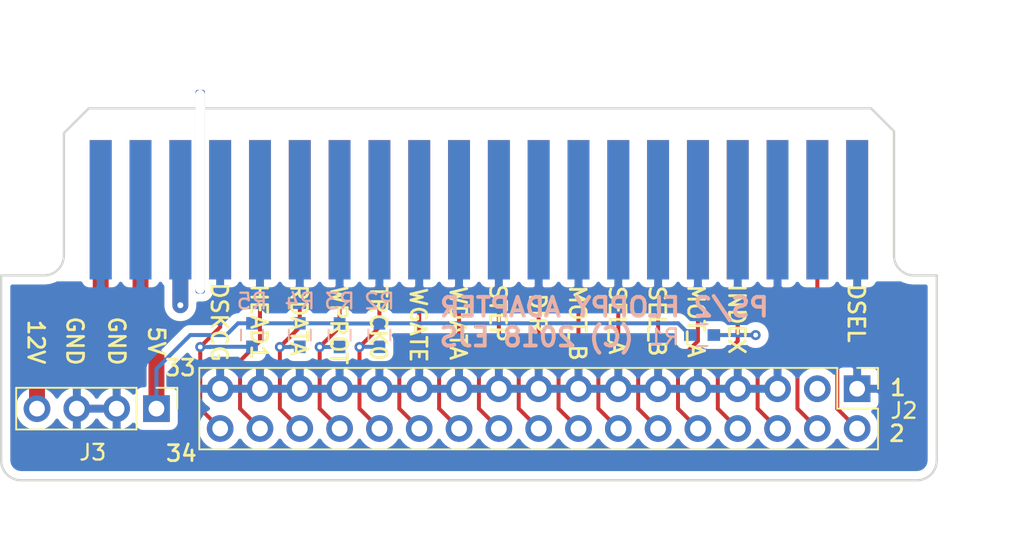
<source format=kicad_pcb>
(kicad_pcb (version 20171130) (host pcbnew 5.1.5-52549c5~84~ubuntu18.04.1)

  (general
    (thickness 1.6)
    (drawings 42)
    (tracks 171)
    (zones 0)
    (modules 9)
    (nets 22)
  )

  (page A4)
  (title_block
    (title "PS/2 Floppy Adapter")
    (comment 1 "Copyright (C) 2020 Eric Schlaepfer")
    (comment 2 "License. See https://creativecommons.org/licenses/by-sa/4.0/")
    (comment 3 "This work is licensed under a Creative Commons Attribution-ShareAlike 4.0 International")
  )

  (layers
    (0 F.Cu signal)
    (31 B.Cu signal)
    (32 B.Adhes user)
    (33 F.Adhes user)
    (34 B.Paste user)
    (35 F.Paste user)
    (36 B.SilkS user)
    (37 F.SilkS user)
    (38 B.Mask user)
    (39 F.Mask user)
    (40 Dwgs.User user)
    (41 Cmts.User user)
    (42 Eco1.User user)
    (43 Eco2.User user)
    (44 Edge.Cuts user)
    (45 Margin user)
    (46 B.CrtYd user)
    (47 F.CrtYd user)
    (48 B.Fab user hide)
    (49 F.Fab user hide)
  )

  (setup
    (last_trace_width 0.254)
    (user_trace_width 0.254)
    (user_trace_width 0.508)
    (user_trace_width 1.016)
    (trace_clearance 0.1778)
    (zone_clearance 0.508)
    (zone_45_only no)
    (trace_min 0.1778)
    (via_size 0.635)
    (via_drill 0.3048)
    (via_min_size 0.6096)
    (via_min_drill 0.3048)
    (uvia_size 0.3)
    (uvia_drill 0.1)
    (uvias_allowed no)
    (uvia_min_size 0.2)
    (uvia_min_drill 0.1)
    (edge_width 0.15)
    (segment_width 0.2)
    (pcb_text_width 0.3)
    (pcb_text_size 1.5 1.5)
    (mod_edge_width 0.15)
    (mod_text_size 1 1)
    (mod_text_width 0.15)
    (pad_size 0.6 13)
    (pad_drill 0.6)
    (pad_to_mask_clearance 0.2)
    (aux_axis_origin 0 0)
    (visible_elements 7FFFFFFF)
    (pcbplotparams
      (layerselection 0x010f0_ffffffff)
      (usegerberextensions false)
      (usegerberattributes false)
      (usegerberadvancedattributes false)
      (creategerberjobfile false)
      (excludeedgelayer true)
      (linewidth 0.100000)
      (plotframeref false)
      (viasonmask false)
      (mode 1)
      (useauxorigin false)
      (hpglpennumber 1)
      (hpglpenspeed 20)
      (hpglpendiameter 15.000000)
      (psnegative false)
      (psa4output false)
      (plotreference true)
      (plotvalue false)
      (plotinvisibletext false)
      (padsonsilk false)
      (subtractmaskfromsilk false)
      (outputformat 1)
      (mirror false)
      (drillshape 0)
      (scaleselection 1)
      (outputdirectory "cam"))
  )

  (net 0 "")
  (net 1 GND)
  (net 2 /HDSEL)
  (net 3 /RES1)
  (net 4 /RES2)
  (net 5 /INDEX)
  (net 6 /MOTEN_A)
  (net 7 /DSEL_B)
  (net 8 /DSEL_A)
  (net 9 /MOTEN_B)
  (net 10 /DIR)
  (net 11 /STEP)
  (net 12 /WDATA)
  (net 13 /ENWRITE)
  (net 14 /TRACK0)
  (net 15 /WPROT)
  (net 16 /RDATA)
  (net 17 /HEAD1SEL)
  (net 18 /DISKCHG)
  (net 19 +5V)
  (net 20 +12V)
  (net 21 "Net-(J1-Pad35)")

  (net_class Default "This is the default net class."
    (clearance 0.1778)
    (trace_width 0.254)
    (via_dia 0.635)
    (via_drill 0.3048)
    (uvia_dia 0.3)
    (uvia_drill 0.1)
    (add_net +12V)
    (add_net +5V)
    (add_net /DIR)
    (add_net /DISKCHG)
    (add_net /DSEL_A)
    (add_net /DSEL_B)
    (add_net /ENWRITE)
    (add_net /HDSEL)
    (add_net /HEAD1SEL)
    (add_net /INDEX)
    (add_net /MOTEN_A)
    (add_net /MOTEN_B)
    (add_net /RDATA)
    (add_net /RES1)
    (add_net /RES2)
    (add_net /STEP)
    (add_net /TRACK0)
    (add_net /WDATA)
    (add_net /WPROT)
    (add_net GND)
    (add_net "Net-(J1-Pad35)")
  )

  (module MountingHole:MountingHole_2.1mm (layer F.Cu) (tedit 5E7EC3CB) (tstamp 5E7F18CA)
    (at 138.684 74.4855)
    (descr "Mounting Hole 2.1mm, no annular")
    (tags "mounting hole 2.1mm no annular")
    (attr virtual)
    (fp_text reference REF** (at -1.524 7.7343) (layer F.SilkS) hide
      (effects (font (size 0.1 0.1) (thickness 0.02)))
    )
    (fp_text value Slot_0_6mm (at 0 3.2) (layer F.Fab)
      (effects (font (size 1 1) (thickness 0.15)))
    )
    (pad "" np_thru_hole roundrect (at -1.524 11.9888) (size 0.6 13) (drill oval 0.6 13) (layers *.Cu *.Mask) (roundrect_rratio 0.25))
  )

  (module Conn:EDGE_FLOPPY40 (layer F.Cu) (tedit 5A5563EB) (tstamp 5A55753E)
    (at 154.94 87.63)
    (path /5A555887)
    (fp_text reference J1 (at 7.62 -12.7) (layer F.SilkS) hide
      (effects (font (size 1 1) (thickness 0.15)))
    )
    (fp_text value Conn_02x20_Odd_Even (at -1.27 -12.7) (layer F.Fab) hide
      (effects (font (size 1 1) (thickness 0.15)))
    )
    (pad 40 connect rect (at -24.13 0) (size 1.397 8.89) (layers F.Cu F.Mask)
      (net 20 +12V))
    (pad 39 connect rect (at -24.13 0) (size 1.397 8.89) (layers B.Cu B.Mask)
      (net 1 GND))
    (pad 38 connect rect (at -21.59 0) (size 1.397 8.89) (layers F.Cu F.Mask)
      (net 19 +5V))
    (pad 37 connect rect (at -21.59 0) (size 1.397 8.89) (layers B.Cu B.Mask)
      (net 1 GND))
    (pad 36 connect rect (at -19.05 0) (size 1.397 8.89) (layers F.Cu F.Mask)
      (net 21 "Net-(J1-Pad35)"))
    (pad 35 connect rect (at -19.05 0) (size 1.397 8.89) (layers B.Cu B.Mask)
      (net 21 "Net-(J1-Pad35)"))
    (pad 34 connect rect (at -16.51 0) (size 1.397 8.89) (layers F.Cu F.Mask)
      (net 18 /DISKCHG))
    (pad 33 connect rect (at -16.51 0) (size 1.397 8.89) (layers B.Cu B.Mask)
      (net 1 GND))
    (pad 32 connect rect (at -13.97 0) (size 1.397 8.89) (layers F.Cu F.Mask)
      (net 17 /HEAD1SEL))
    (pad 31 connect rect (at -13.97 0) (size 1.397 8.89) (layers B.Cu B.Mask)
      (net 1 GND))
    (pad 30 connect rect (at -11.43 0) (size 1.397 8.89) (layers F.Cu F.Mask)
      (net 16 /RDATA))
    (pad 29 connect rect (at -11.43 0) (size 1.397 8.89) (layers B.Cu B.Mask)
      (net 1 GND))
    (pad 28 connect rect (at -8.89 0) (size 1.397 8.89) (layers F.Cu F.Mask)
      (net 15 /WPROT))
    (pad 27 connect rect (at -8.89 0) (size 1.397 8.89) (layers B.Cu B.Mask)
      (net 1 GND))
    (pad 26 connect rect (at -6.35 0) (size 1.397 8.89) (layers F.Cu F.Mask)
      (net 14 /TRACK0))
    (pad 25 connect rect (at -6.35 0) (size 1.397 8.89) (layers B.Cu B.Mask)
      (net 1 GND))
    (pad 24 connect rect (at -3.81 0) (size 1.397 8.89) (layers F.Cu F.Mask)
      (net 13 /ENWRITE))
    (pad 23 connect rect (at -3.81 0) (size 1.397 8.89) (layers B.Cu B.Mask)
      (net 1 GND))
    (pad 22 connect rect (at -1.27 0) (size 1.397 8.89) (layers F.Cu F.Mask)
      (net 12 /WDATA))
    (pad 21 connect rect (at -1.27 0) (size 1.397 8.89) (layers B.Cu B.Mask)
      (net 1 GND))
    (pad 20 connect rect (at 1.27 0) (size 1.397 8.89) (layers F.Cu F.Mask)
      (net 11 /STEP))
    (pad 19 connect rect (at 1.27 0) (size 1.397 8.89) (layers B.Cu B.Mask)
      (net 1 GND))
    (pad 18 connect rect (at 3.81 0) (size 1.397 8.89) (layers F.Cu F.Mask)
      (net 10 /DIR))
    (pad 17 connect rect (at 3.81 0) (size 1.397 8.89) (layers B.Cu B.Mask)
      (net 1 GND))
    (pad 16 connect rect (at 6.35 0) (size 1.397 8.89) (layers F.Cu F.Mask)
      (net 9 /MOTEN_B))
    (pad 15 connect rect (at 6.35 0) (size 1.397 8.89) (layers B.Cu B.Mask)
      (net 1 GND))
    (pad 14 connect rect (at 8.89 0) (size 1.397 8.89) (layers F.Cu F.Mask)
      (net 8 /DSEL_A))
    (pad 13 connect rect (at 8.89 0) (size 1.397 8.89) (layers B.Cu B.Mask)
      (net 1 GND))
    (pad 12 connect rect (at 11.43 0) (size 1.397 8.89) (layers F.Cu F.Mask)
      (net 7 /DSEL_B))
    (pad 11 connect rect (at 11.43 0) (size 1.397 8.89) (layers B.Cu B.Mask)
      (net 1 GND))
    (pad 10 connect rect (at 13.97 0) (size 1.397 8.89) (layers F.Cu F.Mask)
      (net 6 /MOTEN_A))
    (pad 9 connect rect (at 13.97 0) (size 1.397 8.89) (layers B.Cu B.Mask)
      (net 1 GND))
    (pad 8 connect rect (at 16.51 0) (size 1.397 8.89) (layers F.Cu F.Mask)
      (net 5 /INDEX))
    (pad 7 connect rect (at 16.51 0) (size 1.397 8.89) (layers B.Cu B.Mask)
      (net 1 GND))
    (pad 6 connect rect (at 19.05 0) (size 1.397 8.89) (layers F.Cu F.Mask)
      (net 4 /RES2))
    (pad 5 connect rect (at 19.05 0) (size 1.397 8.89) (layers B.Cu B.Mask)
      (net 1 GND))
    (pad 4 connect rect (at 21.59 0) (size 1.397 8.89) (layers F.Cu F.Mask)
      (net 3 /RES1))
    (pad 3 connect rect (at 21.59 0) (size 1.397 8.89) (layers B.Cu B.Mask))
    (pad 2 connect rect (at 24.13 0) (size 1.397 8.89) (layers F.Cu F.Mask)
      (net 2 /HDSEL))
    (pad 1 connect rect (at 24.13 0) (size 1.397 8.89) (layers B.Cu B.Mask)
      (net 1 GND))
  )

  (module Pin_Headers:Pin_Header_Straight_2x17_Pitch2.54mm (layer F.Cu) (tedit 59650533) (tstamp 5A5577B7)
    (at 179.07 99.06 270)
    (descr "Through hole straight pin header, 2x17, 2.54mm pitch, double rows")
    (tags "Through hole pin header THT 2x17 2.54mm double row")
    (path /5A555850)
    (fp_text reference J2 (at 1.397 -2.9845) (layer F.SilkS)
      (effects (font (size 1 1) (thickness 0.15)))
    )
    (fp_text value Conn_02x17_Odd_Even (at 1.27 42.97 270) (layer F.Fab)
      (effects (font (size 1 1) (thickness 0.15)))
    )
    (fp_line (start 0 -1.27) (end 3.81 -1.27) (layer F.Fab) (width 0.1))
    (fp_line (start 3.81 -1.27) (end 3.81 41.91) (layer F.Fab) (width 0.1))
    (fp_line (start 3.81 41.91) (end -1.27 41.91) (layer F.Fab) (width 0.1))
    (fp_line (start -1.27 41.91) (end -1.27 0) (layer F.Fab) (width 0.1))
    (fp_line (start -1.27 0) (end 0 -1.27) (layer F.Fab) (width 0.1))
    (fp_line (start -1.33 41.97) (end 3.87 41.97) (layer F.SilkS) (width 0.12))
    (fp_line (start -1.33 1.27) (end -1.33 41.97) (layer F.SilkS) (width 0.12))
    (fp_line (start 3.87 -1.33) (end 3.87 41.97) (layer F.SilkS) (width 0.12))
    (fp_line (start -1.33 1.27) (end 1.27 1.27) (layer F.SilkS) (width 0.12))
    (fp_line (start 1.27 1.27) (end 1.27 -1.33) (layer F.SilkS) (width 0.12))
    (fp_line (start 1.27 -1.33) (end 3.87 -1.33) (layer F.SilkS) (width 0.12))
    (fp_line (start -1.33 0) (end -1.33 -1.33) (layer F.SilkS) (width 0.12))
    (fp_line (start -1.33 -1.33) (end 0 -1.33) (layer F.SilkS) (width 0.12))
    (fp_line (start -1.8 -1.8) (end -1.8 42.45) (layer F.CrtYd) (width 0.05))
    (fp_line (start -1.8 42.45) (end 4.35 42.45) (layer F.CrtYd) (width 0.05))
    (fp_line (start 4.35 42.45) (end 4.35 -1.8) (layer F.CrtYd) (width 0.05))
    (fp_line (start 4.35 -1.8) (end -1.8 -1.8) (layer F.CrtYd) (width 0.05))
    (fp_text user %R (at 1.27 20.32) (layer F.Fab)
      (effects (font (size 1 1) (thickness 0.15)))
    )
    (pad 1 thru_hole rect (at 0 0 270) (size 1.7 1.7) (drill 1) (layers *.Cu *.Mask)
      (net 1 GND))
    (pad 2 thru_hole oval (at 2.54 0 270) (size 1.7 1.7) (drill 1) (layers *.Cu *.Mask)
      (net 2 /HDSEL))
    (pad 3 thru_hole oval (at 0 2.54 270) (size 1.7 1.7) (drill 1) (layers *.Cu *.Mask))
    (pad 4 thru_hole oval (at 2.54 2.54 270) (size 1.7 1.7) (drill 1) (layers *.Cu *.Mask)
      (net 3 /RES1))
    (pad 5 thru_hole oval (at 0 5.08 270) (size 1.7 1.7) (drill 1) (layers *.Cu *.Mask)
      (net 1 GND))
    (pad 6 thru_hole oval (at 2.54 5.08 270) (size 1.7 1.7) (drill 1) (layers *.Cu *.Mask)
      (net 4 /RES2))
    (pad 7 thru_hole oval (at 0 7.62 270) (size 1.7 1.7) (drill 1) (layers *.Cu *.Mask)
      (net 1 GND))
    (pad 8 thru_hole oval (at 2.54 7.62 270) (size 1.7 1.7) (drill 1) (layers *.Cu *.Mask)
      (net 5 /INDEX))
    (pad 9 thru_hole oval (at 0 10.16 270) (size 1.7 1.7) (drill 1) (layers *.Cu *.Mask)
      (net 1 GND))
    (pad 10 thru_hole oval (at 2.54 10.16 270) (size 1.7 1.7) (drill 1) (layers *.Cu *.Mask)
      (net 6 /MOTEN_A))
    (pad 11 thru_hole oval (at 0 12.7 270) (size 1.7 1.7) (drill 1) (layers *.Cu *.Mask)
      (net 1 GND))
    (pad 12 thru_hole oval (at 2.54 12.7 270) (size 1.7 1.7) (drill 1) (layers *.Cu *.Mask)
      (net 7 /DSEL_B))
    (pad 13 thru_hole oval (at 0 15.24 270) (size 1.7 1.7) (drill 1) (layers *.Cu *.Mask)
      (net 1 GND))
    (pad 14 thru_hole oval (at 2.54 15.24 270) (size 1.7 1.7) (drill 1) (layers *.Cu *.Mask)
      (net 8 /DSEL_A))
    (pad 15 thru_hole oval (at 0 17.78 270) (size 1.7 1.7) (drill 1) (layers *.Cu *.Mask)
      (net 1 GND))
    (pad 16 thru_hole oval (at 2.54 17.78 270) (size 1.7 1.7) (drill 1) (layers *.Cu *.Mask)
      (net 9 /MOTEN_B))
    (pad 17 thru_hole oval (at 0 20.32 270) (size 1.7 1.7) (drill 1) (layers *.Cu *.Mask)
      (net 1 GND))
    (pad 18 thru_hole oval (at 2.54 20.32 270) (size 1.7 1.7) (drill 1) (layers *.Cu *.Mask)
      (net 10 /DIR))
    (pad 19 thru_hole oval (at 0 22.86 270) (size 1.7 1.7) (drill 1) (layers *.Cu *.Mask)
      (net 1 GND))
    (pad 20 thru_hole oval (at 2.54 22.86 270) (size 1.7 1.7) (drill 1) (layers *.Cu *.Mask)
      (net 11 /STEP))
    (pad 21 thru_hole oval (at 0 25.4 270) (size 1.7 1.7) (drill 1) (layers *.Cu *.Mask)
      (net 1 GND))
    (pad 22 thru_hole oval (at 2.54 25.4 270) (size 1.7 1.7) (drill 1) (layers *.Cu *.Mask)
      (net 12 /WDATA))
    (pad 23 thru_hole oval (at 0 27.94 270) (size 1.7 1.7) (drill 1) (layers *.Cu *.Mask)
      (net 1 GND))
    (pad 24 thru_hole oval (at 2.54 27.94 270) (size 1.7 1.7) (drill 1) (layers *.Cu *.Mask)
      (net 13 /ENWRITE))
    (pad 25 thru_hole oval (at 0 30.48 270) (size 1.7 1.7) (drill 1) (layers *.Cu *.Mask)
      (net 1 GND))
    (pad 26 thru_hole oval (at 2.54 30.48 270) (size 1.7 1.7) (drill 1) (layers *.Cu *.Mask)
      (net 14 /TRACK0))
    (pad 27 thru_hole oval (at 0 33.02 270) (size 1.7 1.7) (drill 1) (layers *.Cu *.Mask)
      (net 1 GND))
    (pad 28 thru_hole oval (at 2.54 33.02 270) (size 1.7 1.7) (drill 1) (layers *.Cu *.Mask)
      (net 15 /WPROT))
    (pad 29 thru_hole oval (at 0 35.56 270) (size 1.7 1.7) (drill 1) (layers *.Cu *.Mask)
      (net 1 GND))
    (pad 30 thru_hole oval (at 2.54 35.56 270) (size 1.7 1.7) (drill 1) (layers *.Cu *.Mask)
      (net 16 /RDATA))
    (pad 31 thru_hole oval (at 0 38.1 270) (size 1.7 1.7) (drill 1) (layers *.Cu *.Mask)
      (net 1 GND))
    (pad 32 thru_hole oval (at 2.54 38.1 270) (size 1.7 1.7) (drill 1) (layers *.Cu *.Mask)
      (net 17 /HEAD1SEL))
    (pad 33 thru_hole oval (at 0 40.64 270) (size 1.7 1.7) (drill 1) (layers *.Cu *.Mask)
      (net 1 GND))
    (pad 34 thru_hole oval (at 2.54 40.64 270) (size 1.7 1.7) (drill 1) (layers *.Cu *.Mask)
      (net 18 /DISKCHG))
    (model ${KISYS3DMOD}/Pin_Headers.3dshapes/Pin_Header_Straight_2x17_Pitch2.54mm.wrl
      (at (xyz 0 0 0))
      (scale (xyz 1 1 1))
      (rotate (xyz 0 0 0))
    )
  )

  (module Pin_Headers:Pin_Header_Straight_1x04_Pitch2.54mm (layer F.Cu) (tedit 59650532) (tstamp 5A5577CF)
    (at 134.366 100.33 270)
    (descr "Through hole straight pin header, 1x04, 2.54mm pitch, single row")
    (tags "Through hole pin header THT 1x04 2.54mm single row")
    (path /5A5558B4)
    (fp_text reference J3 (at 2.794 4.064) (layer F.SilkS)
      (effects (font (size 1 1) (thickness 0.15)))
    )
    (fp_text value Conn_01x04 (at 0 9.95 270) (layer F.Fab)
      (effects (font (size 1 1) (thickness 0.15)))
    )
    (fp_line (start -0.635 -1.27) (end 1.27 -1.27) (layer F.Fab) (width 0.1))
    (fp_line (start 1.27 -1.27) (end 1.27 8.89) (layer F.Fab) (width 0.1))
    (fp_line (start 1.27 8.89) (end -1.27 8.89) (layer F.Fab) (width 0.1))
    (fp_line (start -1.27 8.89) (end -1.27 -0.635) (layer F.Fab) (width 0.1))
    (fp_line (start -1.27 -0.635) (end -0.635 -1.27) (layer F.Fab) (width 0.1))
    (fp_line (start -1.33 8.95) (end 1.33 8.95) (layer F.SilkS) (width 0.12))
    (fp_line (start -1.33 1.27) (end -1.33 8.95) (layer F.SilkS) (width 0.12))
    (fp_line (start 1.33 1.27) (end 1.33 8.95) (layer F.SilkS) (width 0.12))
    (fp_line (start -1.33 1.27) (end 1.33 1.27) (layer F.SilkS) (width 0.12))
    (fp_line (start -1.33 0) (end -1.33 -1.33) (layer F.SilkS) (width 0.12))
    (fp_line (start -1.33 -1.33) (end 0 -1.33) (layer F.SilkS) (width 0.12))
    (fp_line (start -1.8 -1.8) (end -1.8 9.4) (layer F.CrtYd) (width 0.05))
    (fp_line (start -1.8 9.4) (end 1.8 9.4) (layer F.CrtYd) (width 0.05))
    (fp_line (start 1.8 9.4) (end 1.8 -1.8) (layer F.CrtYd) (width 0.05))
    (fp_line (start 1.8 -1.8) (end -1.8 -1.8) (layer F.CrtYd) (width 0.05))
    (fp_text user %R (at 0 3.81) (layer F.Fab)
      (effects (font (size 1 1) (thickness 0.15)))
    )
    (pad 1 thru_hole rect (at 0 0 270) (size 1.7 1.7) (drill 1) (layers *.Cu *.Mask)
      (net 19 +5V))
    (pad 2 thru_hole oval (at 0 2.54 270) (size 1.7 1.7) (drill 1) (layers *.Cu *.Mask)
      (net 1 GND))
    (pad 3 thru_hole oval (at 0 5.08 270) (size 1.7 1.7) (drill 1) (layers *.Cu *.Mask)
      (net 1 GND))
    (pad 4 thru_hole oval (at 0 7.62 270) (size 1.7 1.7) (drill 1) (layers *.Cu *.Mask)
      (net 20 +12V))
    (model ${KISYS3DMOD}/Pin_Headers.3dshapes/Pin_Header_Straight_1x04_Pitch2.54mm.wrl
      (at (xyz 0 0 0))
      (scale (xyz 1 1 1))
      (rotate (xyz 0 0 0))
    )
  )

  (module Passive:RESC1608X55 (layer B.Cu) (tedit 58BF7E21) (tstamp 5A66843E)
    (at 169.176 95.631)
    (descr "Capacitor SMD 0603, reflow soldering, AVX (see smccp.pdf)")
    (tags "capacitor 0603")
    (path /5A66828C)
    (attr smd)
    (fp_text reference R1 (at -2.425 0.127) (layer B.SilkS)
      (effects (font (size 1 1) (thickness 0.15)) (justify mirror))
    )
    (fp_text value 1K (at 0 -1.5) (layer B.Fab)
      (effects (font (size 1 1) (thickness 0.15)) (justify mirror))
    )
    (fp_text user %R (at 0 1.5) (layer B.Fab)
      (effects (font (size 1 1) (thickness 0.15)) (justify mirror))
    )
    (fp_line (start -0.8 -0.4) (end -0.8 0.4) (layer B.Fab) (width 0.1))
    (fp_line (start 0.8 -0.4) (end -0.8 -0.4) (layer B.Fab) (width 0.1))
    (fp_line (start 0.8 0.4) (end 0.8 -0.4) (layer B.Fab) (width 0.1))
    (fp_line (start -0.8 0.4) (end 0.8 0.4) (layer B.Fab) (width 0.1))
    (fp_line (start -0.35 0.7) (end 0.35 0.7) (layer B.SilkS) (width 0.12))
    (fp_line (start 0.35 -0.7) (end -0.35 -0.7) (layer B.SilkS) (width 0.12))
    (fp_line (start -1.4 0.65) (end 1.4 0.65) (layer B.CrtYd) (width 0.05))
    (fp_line (start -1.4 0.65) (end -1.4 -0.65) (layer B.CrtYd) (width 0.05))
    (fp_line (start 1.4 -0.65) (end 1.4 0.65) (layer B.CrtYd) (width 0.05))
    (fp_line (start 1.4 -0.65) (end -1.4 -0.65) (layer B.CrtYd) (width 0.05))
    (pad 1 smd rect (at -0.75 0) (size 0.8 0.75) (layers B.Cu B.Paste B.Mask)
      (net 19 +5V))
    (pad 2 smd rect (at 0.75 0) (size 0.8 0.75) (layers B.Cu B.Paste B.Mask)
      (net 5 /INDEX))
    (model Capacitors_SMD.3dshapes/C_0603.wrl
      (at (xyz 0 0 0))
      (scale (xyz 1 1 1))
      (rotate (xyz 0 0 0))
    )
  )

  (module Passive:RESC1608X55 (layer B.Cu) (tedit 58BF7E21) (tstamp 5A66844F)
    (at 148.59 95.631 270)
    (descr "Capacitor SMD 0603, reflow soldering, AVX (see smccp.pdf)")
    (tags "capacitor 0603")
    (path /5A668580)
    (attr smd)
    (fp_text reference R2 (at -2.159 0 180) (layer B.SilkS)
      (effects (font (size 1 1) (thickness 0.15)) (justify mirror))
    )
    (fp_text value 1K (at 0 -1.5 270) (layer B.Fab)
      (effects (font (size 1 1) (thickness 0.15)) (justify mirror))
    )
    (fp_text user %R (at 0 1.5 270) (layer B.Fab)
      (effects (font (size 1 1) (thickness 0.15)) (justify mirror))
    )
    (fp_line (start -0.8 -0.4) (end -0.8 0.4) (layer B.Fab) (width 0.1))
    (fp_line (start 0.8 -0.4) (end -0.8 -0.4) (layer B.Fab) (width 0.1))
    (fp_line (start 0.8 0.4) (end 0.8 -0.4) (layer B.Fab) (width 0.1))
    (fp_line (start -0.8 0.4) (end 0.8 0.4) (layer B.Fab) (width 0.1))
    (fp_line (start -0.35 0.7) (end 0.35 0.7) (layer B.SilkS) (width 0.12))
    (fp_line (start 0.35 -0.7) (end -0.35 -0.7) (layer B.SilkS) (width 0.12))
    (fp_line (start -1.4 0.65) (end 1.4 0.65) (layer B.CrtYd) (width 0.05))
    (fp_line (start -1.4 0.65) (end -1.4 -0.65) (layer B.CrtYd) (width 0.05))
    (fp_line (start 1.4 -0.65) (end 1.4 0.65) (layer B.CrtYd) (width 0.05))
    (fp_line (start 1.4 -0.65) (end -1.4 -0.65) (layer B.CrtYd) (width 0.05))
    (pad 1 smd rect (at -0.75 0 270) (size 0.8 0.75) (layers B.Cu B.Paste B.Mask)
      (net 19 +5V))
    (pad 2 smd rect (at 0.75 0 270) (size 0.8 0.75) (layers B.Cu B.Paste B.Mask)
      (net 14 /TRACK0))
    (model Capacitors_SMD.3dshapes/C_0603.wrl
      (at (xyz 0 0 0))
      (scale (xyz 1 1 1))
      (rotate (xyz 0 0 0))
    )
  )

  (module Passive:RESC1608X55 (layer B.Cu) (tedit 58BF7E21) (tstamp 5A668460)
    (at 146.05 95.643 270)
    (descr "Capacitor SMD 0603, reflow soldering, AVX (see smccp.pdf)")
    (tags "capacitor 0603")
    (path /5A6685AF)
    (attr smd)
    (fp_text reference R3 (at -2.171 0 180) (layer B.SilkS)
      (effects (font (size 1 1) (thickness 0.15)) (justify mirror))
    )
    (fp_text value 1K (at 0 -1.5 270) (layer B.Fab)
      (effects (font (size 1 1) (thickness 0.15)) (justify mirror))
    )
    (fp_text user %R (at 0 1.5 270) (layer B.Fab)
      (effects (font (size 1 1) (thickness 0.15)) (justify mirror))
    )
    (fp_line (start -0.8 -0.4) (end -0.8 0.4) (layer B.Fab) (width 0.1))
    (fp_line (start 0.8 -0.4) (end -0.8 -0.4) (layer B.Fab) (width 0.1))
    (fp_line (start 0.8 0.4) (end 0.8 -0.4) (layer B.Fab) (width 0.1))
    (fp_line (start -0.8 0.4) (end 0.8 0.4) (layer B.Fab) (width 0.1))
    (fp_line (start -0.35 0.7) (end 0.35 0.7) (layer B.SilkS) (width 0.12))
    (fp_line (start 0.35 -0.7) (end -0.35 -0.7) (layer B.SilkS) (width 0.12))
    (fp_line (start -1.4 0.65) (end 1.4 0.65) (layer B.CrtYd) (width 0.05))
    (fp_line (start -1.4 0.65) (end -1.4 -0.65) (layer B.CrtYd) (width 0.05))
    (fp_line (start 1.4 -0.65) (end 1.4 0.65) (layer B.CrtYd) (width 0.05))
    (fp_line (start 1.4 -0.65) (end -1.4 -0.65) (layer B.CrtYd) (width 0.05))
    (pad 1 smd rect (at -0.75 0 270) (size 0.8 0.75) (layers B.Cu B.Paste B.Mask)
      (net 19 +5V))
    (pad 2 smd rect (at 0.75 0 270) (size 0.8 0.75) (layers B.Cu B.Paste B.Mask)
      (net 15 /WPROT))
    (model Capacitors_SMD.3dshapes/C_0603.wrl
      (at (xyz 0 0 0))
      (scale (xyz 1 1 1))
      (rotate (xyz 0 0 0))
    )
  )

  (module Passive:RESC1608X55 (layer B.Cu) (tedit 58BF7E21) (tstamp 5A668471)
    (at 143.51 95.631 270)
    (descr "Capacitor SMD 0603, reflow soldering, AVX (see smccp.pdf)")
    (tags "capacitor 0603")
    (path /5A6685D1)
    (attr smd)
    (fp_text reference R4 (at -2.159 0 180) (layer B.SilkS)
      (effects (font (size 1 1) (thickness 0.15)) (justify mirror))
    )
    (fp_text value 1K (at 0 -1.5 270) (layer B.Fab)
      (effects (font (size 1 1) (thickness 0.15)) (justify mirror))
    )
    (fp_text user %R (at 0 1.5 270) (layer B.Fab)
      (effects (font (size 1 1) (thickness 0.15)) (justify mirror))
    )
    (fp_line (start -0.8 -0.4) (end -0.8 0.4) (layer B.Fab) (width 0.1))
    (fp_line (start 0.8 -0.4) (end -0.8 -0.4) (layer B.Fab) (width 0.1))
    (fp_line (start 0.8 0.4) (end 0.8 -0.4) (layer B.Fab) (width 0.1))
    (fp_line (start -0.8 0.4) (end 0.8 0.4) (layer B.Fab) (width 0.1))
    (fp_line (start -0.35 0.7) (end 0.35 0.7) (layer B.SilkS) (width 0.12))
    (fp_line (start 0.35 -0.7) (end -0.35 -0.7) (layer B.SilkS) (width 0.12))
    (fp_line (start -1.4 0.65) (end 1.4 0.65) (layer B.CrtYd) (width 0.05))
    (fp_line (start -1.4 0.65) (end -1.4 -0.65) (layer B.CrtYd) (width 0.05))
    (fp_line (start 1.4 -0.65) (end 1.4 0.65) (layer B.CrtYd) (width 0.05))
    (fp_line (start 1.4 -0.65) (end -1.4 -0.65) (layer B.CrtYd) (width 0.05))
    (pad 1 smd rect (at -0.75 0 270) (size 0.8 0.75) (layers B.Cu B.Paste B.Mask)
      (net 19 +5V))
    (pad 2 smd rect (at 0.75 0 270) (size 0.8 0.75) (layers B.Cu B.Paste B.Mask)
      (net 16 /RDATA))
    (model Capacitors_SMD.3dshapes/C_0603.wrl
      (at (xyz 0 0 0))
      (scale (xyz 1 1 1))
      (rotate (xyz 0 0 0))
    )
  )

  (module Passive:RESC1608X55 (layer B.Cu) (tedit 58BF7E21) (tstamp 5A668482)
    (at 140.462 95.631 270)
    (descr "Capacitor SMD 0603, reflow soldering, AVX (see smccp.pdf)")
    (tags "capacitor 0603")
    (path /5A6685FA)
    (attr smd)
    (fp_text reference R5 (at -2.159 0 180) (layer B.SilkS)
      (effects (font (size 1 1) (thickness 0.15)) (justify mirror))
    )
    (fp_text value 1K (at 0 -1.5 270) (layer B.Fab)
      (effects (font (size 1 1) (thickness 0.15)) (justify mirror))
    )
    (fp_text user %R (at 0 1.5 270) (layer B.Fab)
      (effects (font (size 1 1) (thickness 0.15)) (justify mirror))
    )
    (fp_line (start -0.8 -0.4) (end -0.8 0.4) (layer B.Fab) (width 0.1))
    (fp_line (start 0.8 -0.4) (end -0.8 -0.4) (layer B.Fab) (width 0.1))
    (fp_line (start 0.8 0.4) (end 0.8 -0.4) (layer B.Fab) (width 0.1))
    (fp_line (start -0.8 0.4) (end 0.8 0.4) (layer B.Fab) (width 0.1))
    (fp_line (start -0.35 0.7) (end 0.35 0.7) (layer B.SilkS) (width 0.12))
    (fp_line (start 0.35 -0.7) (end -0.35 -0.7) (layer B.SilkS) (width 0.12))
    (fp_line (start -1.4 0.65) (end 1.4 0.65) (layer B.CrtYd) (width 0.05))
    (fp_line (start -1.4 0.65) (end -1.4 -0.65) (layer B.CrtYd) (width 0.05))
    (fp_line (start 1.4 -0.65) (end 1.4 0.65) (layer B.CrtYd) (width 0.05))
    (fp_line (start 1.4 -0.65) (end -1.4 -0.65) (layer B.CrtYd) (width 0.05))
    (pad 1 smd rect (at -0.75 0 270) (size 0.8 0.75) (layers B.Cu B.Paste B.Mask)
      (net 19 +5V))
    (pad 2 smd rect (at 0.75 0 270) (size 0.8 0.75) (layers B.Cu B.Paste B.Mask)
      (net 18 /DISKCHG))
    (model Capacitors_SMD.3dshapes/C_0603.wrl
      (at (xyz 0 0 0))
      (scale (xyz 1 1 1))
      (rotate (xyz 0 0 0))
    )
  )

  (dimension 59.69 (width 0.15) (layer Dwgs.User)
    (gr_text "2.3500 in" (at 154.305 108.996) (layer Dwgs.User)
      (effects (font (size 1 1) (thickness 0.15)))
    )
    (feature1 (pts (xy 184.15 103.632) (xy 184.15 108.282421)))
    (feature2 (pts (xy 124.46 103.632) (xy 124.46 108.282421)))
    (crossbar (pts (xy 124.46 107.696) (xy 184.15 107.696)))
    (arrow1a (pts (xy 184.15 107.696) (xy 183.023496 108.282421)))
    (arrow1b (pts (xy 184.15 107.696) (xy 183.023496 107.109579)))
    (arrow2a (pts (xy 124.46 107.696) (xy 125.586504 108.282421)))
    (arrow2b (pts (xy 124.46 107.696) (xy 125.586504 107.109579)))
  )
  (dimension 23.749 (width 0.15) (layer Dwgs.User)
    (gr_text "0.9350 in" (at 188.371 93.0275 270) (layer Dwgs.User)
      (effects (font (size 1 1) (thickness 0.15)))
    )
    (feature1 (pts (xy 179.959 104.902) (xy 187.657421 104.902)))
    (feature2 (pts (xy 179.959 81.153) (xy 187.657421 81.153)))
    (crossbar (pts (xy 187.071 81.153) (xy 187.071 104.902)))
    (arrow1a (pts (xy 187.071 104.902) (xy 186.484579 103.775496)))
    (arrow1b (pts (xy 187.071 104.902) (xy 187.657421 103.775496)))
    (arrow2a (pts (xy 187.071 81.153) (xy 186.484579 82.279504)))
    (arrow2b (pts (xy 187.071 81.153) (xy 187.657421 82.279504)))
  )
  (gr_text "(C) 2018 EJS" (at 158.623 95.758) (layer B.SilkS) (tstamp 5A668605)
    (effects (font (size 1.2 1.2) (thickness 0.25)) (justify mirror))
  )
  (gr_text 33 (at 135.89 97.7265) (layer F.SilkS) (tstamp 5A55799D)
    (effects (font (size 1.016 1.016) (thickness 0.1778)))
  )
  (gr_text 34 (at 135.9535 103.1875) (layer F.SilkS) (tstamp 5A557998)
    (effects (font (size 1.016 1.016) (thickness 0.1778)))
  )
  (gr_text 2 (at 181.61 101.9175) (layer F.SilkS) (tstamp 5A557991)
    (effects (font (size 1.016 1.016) (thickness 0.1778)))
  )
  (gr_text 1 (at 181.6735 98.9965) (layer F.SilkS) (tstamp 5A55798C)
    (effects (font (size 1.016 1.016) (thickness 0.1778)))
  )
  (gr_text "PS/2 FLOPPY ADAPTER" (at 162.941 93.853) (layer B.SilkS)
    (effects (font (size 1.2 1.2) (thickness 0.25)) (justify mirror))
  )
  (gr_text 12V (at 126.6825 96.0755 270) (layer F.SilkS) (tstamp 5A557944)
    (effects (font (size 1.016 1.016) (thickness 0.1778)))
  )
  (gr_text GND (at 129.159 96.012 270) (layer F.SilkS) (tstamp 5A557943)
    (effects (font (size 1.016 1.016) (thickness 0.1778)))
  )
  (gr_text GND (at 131.826 96.012 270) (layer F.SilkS) (tstamp 5A557942)
    (effects (font (size 1.016 1.016) (thickness 0.1778)))
  )
  (gr_text 5V (at 134.366 96.012 270) (layer F.SilkS) (tstamp 5A557941)
    (effects (font (size 1.016 1.016) (thickness 0.1778)))
  )
  (gr_text DSEL (at 179.0065 94.234 270) (layer F.SilkS) (tstamp 5A5578E5)
    (effects (font (size 1.016 1.016) (thickness 0.1778)))
  )
  (gr_text INDEX (at 171.3865 94.615 270) (layer F.SilkS) (tstamp 5A5578E2)
    (effects (font (size 1.016 1.016) (thickness 0.1778)))
  )
  (gr_text MOT_A (at 168.783 94.742 270) (layer F.SilkS) (tstamp 5A5578E1)
    (effects (font (size 1.016 1.016) (thickness 0.1778)))
  )
  (gr_text SEL_B (at 166.3065 94.742 270) (layer F.SilkS) (tstamp 5A5578E0)
    (effects (font (size 1.016 1.016) (thickness 0.1778)))
  )
  (gr_text SEL_A (at 163.7665 94.6785 270) (layer F.SilkS) (tstamp 5A5578DF)
    (effects (font (size 1.016 1.016) (thickness 0.1778)))
  )
  (gr_text MOT_B (at 161.2265 94.869 270) (layer F.SilkS) (tstamp 5A5578DE)
    (effects (font (size 1.016 1.016) (thickness 0.1778)))
  )
  (gr_text DIR (at 158.6865 94.234 270) (layer F.SilkS) (tstamp 5A5578DD)
    (effects (font (size 1.016 1.016) (thickness 0.1778)))
  )
  (gr_text STEP (at 156.1465 94.234 270) (layer F.SilkS) (tstamp 5A5578DC)
    (effects (font (size 1.016 1.016) (thickness 0.1778)))
  )
  (gr_text WDATA (at 153.6065 94.869 270) (layer F.SilkS) (tstamp 5A5578DB)
    (effects (font (size 1.016 1.016) (thickness 0.1778)))
  )
  (gr_text WGATE (at 151.0665 94.996 270) (layer F.SilkS) (tstamp 5A5578DA)
    (effects (font (size 1.016 1.016) (thickness 0.1778)))
  )
  (gr_text TRCK0 (at 148.5265 94.869 270) (layer F.SilkS) (tstamp 5A5578D9)
    (effects (font (size 1.016 1.016) (thickness 0.1778)))
  )
  (gr_text WPROT (at 145.9865 94.996 270) (layer F.SilkS) (tstamp 5A5578D8)
    (effects (font (size 1.016 1.016) (thickness 0.1778)))
  )
  (gr_text RDATA (at 143.4465 94.6785 270) (layer F.SilkS) (tstamp 5A5578D7)
    (effects (font (size 1.016 1.016) (thickness 0.1778)))
  )
  (gr_text HEAD1 (at 140.9065 94.8055 270) (layer F.SilkS) (tstamp 5A5578D6)
    (effects (font (size 1.016 1.016) (thickness 0.1778)))
  )
  (gr_text DSKCG (at 138.3665 94.8055 270) (layer F.SilkS)
    (effects (font (size 1.016 1.016) (thickness 0.1778)))
  )
  (gr_arc (start 182.88 103.632) (end 184.15 103.632) (angle 90) (layer Edge.Cuts) (width 0.15) (tstamp 5A557740))
  (gr_arc (start 125.73 103.632) (end 125.73 104.902) (angle 90) (layer Edge.Cuts) (width 0.15) (tstamp 5A557739))
  (gr_arc (start 182.6895 90.551) (end 182.6895 91.821) (angle 90) (layer Edge.Cuts) (width 0.15) (tstamp 5A55772B))
  (gr_arc (start 127.1905 90.551) (end 128.4605 90.551) (angle 90) (layer Edge.Cuts) (width 0.15))
  (gr_line (start 181.4195 82.6135) (end 179.959 81.153) (layer Edge.Cuts) (width 0.15))
  (gr_line (start 130.048 81.153) (end 128.4605 82.7405) (layer Edge.Cuts) (width 0.15))
  (gr_line (start 124.46 91.821) (end 127.1905 91.821) (layer Edge.Cuts) (width 0.15))
  (gr_line (start 124.46 103.632) (end 124.46 91.821) (layer Edge.Cuts) (width 0.15))
  (gr_line (start 182.88 104.902) (end 125.73 104.902) (layer Edge.Cuts) (width 0.15))
  (gr_line (start 184.15 91.821) (end 184.15 103.632) (layer Edge.Cuts) (width 0.15))
  (gr_line (start 182.6895 91.821) (end 184.15 91.821) (layer Edge.Cuts) (width 0.15))
  (gr_line (start 137.16 81.534) (end 137.16 92.71) (layer F.Fab) (width 0.2))
  (gr_line (start 128.4605 90.551) (end 128.4605 82.7405) (layer Edge.Cuts) (width 0.15) (tstamp 5A5576D0))
  (gr_line (start 181.4195 82.6135) (end 181.4195 90.551) (layer Edge.Cuts) (width 0.15))
  (gr_line (start 179.959 81.153) (end 130.048 81.153) (layer Edge.Cuts) (width 0.15))

  (segment (start 140.716 93.218) (end 143.51 93.218) (width 0.254) (layer B.Cu) (net 1))
  (segment (start 143.51 92.329) (end 143.51 93.218) (width 0.254) (layer B.Cu) (net 1))
  (segment (start 143.51 93.218) (end 146.05 93.218) (width 0.254) (layer B.Cu) (net 1))
  (segment (start 143.51 87.63) (end 143.51 92.329) (width 0.254) (layer B.Cu) (net 1))
  (segment (start 146.05 93.218) (end 148.59 93.218) (width 0.254) (layer B.Cu) (net 1))
  (segment (start 146.05 87.63) (end 146.05 93.218) (width 0.254) (layer B.Cu) (net 1))
  (segment (start 148.59 93.218) (end 151.13 93.218) (width 0.254) (layer B.Cu) (net 1))
  (segment (start 148.59 87.63) (end 148.59 93.218) (width 0.254) (layer B.Cu) (net 1))
  (segment (start 151.13 93.218) (end 153.543 93.218) (width 0.254) (layer B.Cu) (net 1))
  (segment (start 151.13 87.63) (end 151.13 93.218) (width 0.254) (layer B.Cu) (net 1))
  (segment (start 153.543 93.218) (end 156.21 93.218) (width 0.254) (layer B.Cu) (net 1))
  (segment (start 153.67 87.63) (end 153.67 93.091) (width 0.254) (layer B.Cu) (net 1))
  (segment (start 153.67 93.091) (end 153.543 93.218) (width 0.254) (layer B.Cu) (net 1))
  (segment (start 156.21 93.218) (end 158.75 93.218) (width 0.254) (layer B.Cu) (net 1))
  (segment (start 156.21 87.63) (end 156.21 93.218) (width 0.254) (layer B.Cu) (net 1))
  (segment (start 158.75 87.63) (end 158.75 92.329) (width 0.254) (layer B.Cu) (net 1))
  (segment (start 158.75 93.218) (end 161.29 93.218) (width 0.254) (layer B.Cu) (net 1))
  (segment (start 158.75 92.329) (end 158.75 93.218) (width 0.254) (layer B.Cu) (net 1))
  (segment (start 161.29 93.218) (end 163.83 93.218) (width 0.254) (layer B.Cu) (net 1))
  (segment (start 161.29 87.63) (end 161.29 92.329) (width 0.254) (layer B.Cu) (net 1))
  (segment (start 161.29 92.329) (end 161.29 93.218) (width 0.254) (layer B.Cu) (net 1))
  (segment (start 163.83 93.218) (end 166.37 93.218) (width 0.254) (layer B.Cu) (net 1))
  (segment (start 163.83 87.63) (end 163.83 93.218) (width 0.254) (layer B.Cu) (net 1))
  (segment (start 166.37 93.218) (end 168.91 93.218) (width 0.254) (layer B.Cu) (net 1))
  (segment (start 166.37 92.329) (end 166.37 93.218) (width 0.254) (layer B.Cu) (net 1))
  (segment (start 166.37 87.63) (end 166.37 92.329) (width 0.254) (layer B.Cu) (net 1))
  (segment (start 168.91 93.218) (end 171.45 93.218) (width 0.254) (layer B.Cu) (net 1))
  (segment (start 168.91 87.63) (end 168.91 92.329) (width 0.254) (layer B.Cu) (net 1))
  (segment (start 168.91 92.329) (end 168.91 93.218) (width 0.254) (layer B.Cu) (net 1))
  (segment (start 171.45 93.218) (end 173.99 93.218) (width 0.254) (layer B.Cu) (net 1))
  (segment (start 171.45 87.63) (end 171.45 93.218) (width 0.254) (layer B.Cu) (net 1))
  (segment (start 173.99 93.218) (end 178.816 93.218) (width 0.254) (layer B.Cu) (net 1))
  (segment (start 173.99 87.63) (end 173.99 92.329) (width 0.254) (layer B.Cu) (net 1))
  (segment (start 173.99 92.329) (end 173.99 93.218) (width 0.254) (layer B.Cu) (net 1))
  (segment (start 178.816 93.218) (end 179.07 92.964) (width 0.254) (layer B.Cu) (net 1))
  (segment (start 179.07 92.964) (end 179.07 87.63) (width 0.254) (layer B.Cu) (net 1))
  (segment (start 138.43 93.472) (end 138.43 93.218) (width 0.254) (layer B.Cu) (net 1))
  (segment (start 138.43 93.218) (end 138.43 87.63) (width 0.254) (layer B.Cu) (net 1))
  (segment (start 140.97 87.63) (end 140.97 92.964) (width 0.254) (layer B.Cu) (net 1))
  (segment (start 140.97 92.964) (end 140.716 93.218) (width 0.254) (layer B.Cu) (net 1))
  (segment (start 140.716 93.218) (end 138.43 93.218) (width 0.254) (layer B.Cu) (net 1))
  (segment (start 133.35 87.63) (end 133.35 93.98) (width 0.254) (layer B.Cu) (net 1))
  (segment (start 133.35 93.98) (end 134.239 94.869) (width 0.254) (layer B.Cu) (net 1))
  (segment (start 134.239 94.869) (end 137.033 94.869) (width 0.254) (layer B.Cu) (net 1))
  (segment (start 137.033 94.869) (end 138.43 93.472) (width 0.254) (layer B.Cu) (net 1))
  (segment (start 130.81 87.63) (end 130.81 93.218) (width 0.254) (layer B.Cu) (net 1))
  (segment (start 130.81 93.218) (end 133.223 93.218) (width 0.254) (layer B.Cu) (net 1))
  (segment (start 133.223 93.218) (end 133.223 93.091) (width 0.254) (layer B.Cu) (net 1))
  (segment (start 133.223 93.091) (end 133.35 92.964) (width 0.254) (layer B.Cu) (net 1))
  (segment (start 133.35 92.964) (end 133.35 87.63) (width 0.254) (layer B.Cu) (net 1))
  (segment (start 177.8 97.282) (end 177.8 100.33) (width 0.254) (layer F.Cu) (net 2))
  (segment (start 177.8 100.33) (end 179.07 101.6) (width 0.254) (layer F.Cu) (net 2))
  (segment (start 179.07 96.012) (end 177.8 97.282) (width 0.254) (layer F.Cu) (net 2))
  (segment (start 179.07 87.63) (end 179.07 96.012) (width 0.254) (layer F.Cu) (net 2))
  (segment (start 176.53 101.6) (end 175.26 100.33) (width 0.254) (layer F.Cu) (net 3))
  (segment (start 175.26 97.282) (end 176.53 96.012) (width 0.254) (layer F.Cu) (net 3))
  (segment (start 175.26 100.33) (end 175.26 97.282) (width 0.254) (layer F.Cu) (net 3))
  (segment (start 176.53 96.012) (end 176.53 87.63) (width 0.254) (layer F.Cu) (net 3))
  (segment (start 173.99 101.6) (end 172.72 100.33) (width 0.254) (layer F.Cu) (net 4))
  (segment (start 173.99 96.012) (end 173.99 87.63) (width 0.254) (layer F.Cu) (net 4))
  (segment (start 172.72 100.33) (end 172.72 97.282) (width 0.254) (layer F.Cu) (net 4))
  (segment (start 172.72 97.282) (end 173.99 96.012) (width 0.254) (layer F.Cu) (net 4))
  (segment (start 172.593 95.631) (end 171.45 95.631) (width 0.254) (layer F.Cu) (net 5))
  (segment (start 171.45 95.631) (end 172.593 95.631) (width 0.254) (layer B.Cu) (net 5))
  (via (at 172.593 95.631) (size 0.635) (drill 0.3048) (layers F.Cu B.Cu) (net 5))
  (segment (start 171.45 95.631) (end 171.45 87.63) (width 0.254) (layer F.Cu) (net 5))
  (segment (start 169.926 95.631) (end 171.45 95.631) (width 0.254) (layer B.Cu) (net 5))
  (segment (start 171.45 101.6) (end 170.18 100.33) (width 0.254) (layer F.Cu) (net 5))
  (segment (start 170.18 100.33) (end 170.18 97.282) (width 0.254) (layer F.Cu) (net 5))
  (segment (start 171.45 96.012) (end 171.45 87.63) (width 0.254) (layer F.Cu) (net 5))
  (segment (start 170.18 97.282) (end 171.45 96.012) (width 0.254) (layer F.Cu) (net 5))
  (segment (start 168.91 87.63) (end 168.91 96.012) (width 0.254) (layer F.Cu) (net 6))
  (segment (start 168.91 96.012) (end 167.64 97.282) (width 0.254) (layer F.Cu) (net 6))
  (segment (start 167.64 97.282) (end 167.64 100.33) (width 0.254) (layer F.Cu) (net 6))
  (segment (start 167.64 100.33) (end 168.91 101.6) (width 0.254) (layer F.Cu) (net 6))
  (segment (start 165.1 100.33) (end 166.37 101.6) (width 0.254) (layer F.Cu) (net 7))
  (segment (start 165.1 97.282) (end 165.1 100.33) (width 0.254) (layer F.Cu) (net 7))
  (segment (start 166.37 96.012) (end 165.1 97.282) (width 0.254) (layer F.Cu) (net 7))
  (segment (start 166.37 87.63) (end 166.37 96.012) (width 0.254) (layer F.Cu) (net 7))
  (segment (start 162.56 100.33) (end 163.83 101.6) (width 0.254) (layer F.Cu) (net 8))
  (segment (start 162.56 97.282) (end 162.56 100.33) (width 0.254) (layer F.Cu) (net 8))
  (segment (start 163.83 96.012) (end 162.56 97.282) (width 0.254) (layer F.Cu) (net 8))
  (segment (start 163.83 87.63) (end 163.83 96.012) (width 0.254) (layer F.Cu) (net 8))
  (segment (start 160.02 100.33) (end 161.29 101.6) (width 0.254) (layer F.Cu) (net 9))
  (segment (start 160.02 97.282) (end 160.02 100.33) (width 0.254) (layer F.Cu) (net 9))
  (segment (start 161.29 96.012) (end 160.02 97.282) (width 0.254) (layer F.Cu) (net 9))
  (segment (start 161.29 87.63) (end 161.29 96.012) (width 0.254) (layer F.Cu) (net 9))
  (segment (start 158.75 87.63) (end 158.75 96.012) (width 0.254) (layer F.Cu) (net 10))
  (segment (start 157.48 97.282) (end 157.48 100.33) (width 0.254) (layer F.Cu) (net 10))
  (segment (start 158.75 96.012) (end 157.48 97.282) (width 0.254) (layer F.Cu) (net 10))
  (segment (start 157.48 100.33) (end 158.75 101.6) (width 0.254) (layer F.Cu) (net 10))
  (segment (start 154.94 100.33) (end 156.21 101.6) (width 0.254) (layer F.Cu) (net 11))
  (segment (start 154.94 97.282) (end 154.94 100.33) (width 0.254) (layer F.Cu) (net 11))
  (segment (start 156.21 96.012) (end 154.94 97.282) (width 0.254) (layer F.Cu) (net 11))
  (segment (start 156.21 87.63) (end 156.21 96.012) (width 0.254) (layer F.Cu) (net 11))
  (segment (start 152.4 97.282) (end 152.4 100.33) (width 0.254) (layer F.Cu) (net 12))
  (segment (start 152.4 100.33) (end 153.67 101.6) (width 0.254) (layer F.Cu) (net 12))
  (segment (start 153.67 96.012) (end 152.4 97.282) (width 0.254) (layer F.Cu) (net 12))
  (segment (start 153.67 87.63) (end 153.67 96.012) (width 0.254) (layer F.Cu) (net 12))
  (segment (start 149.86 97.282) (end 149.86 100.33) (width 0.254) (layer F.Cu) (net 13))
  (segment (start 149.86 100.33) (end 151.13 101.6) (width 0.254) (layer F.Cu) (net 13))
  (segment (start 151.13 96.012) (end 149.86 97.282) (width 0.254) (layer F.Cu) (net 13))
  (segment (start 151.13 87.63) (end 151.13 96.012) (width 0.254) (layer F.Cu) (net 13))
  (segment (start 148.59 87.63) (end 148.59 94.869) (width 0.254) (layer F.Cu) (net 14))
  (segment (start 147.32 96.393) (end 148.59 95.123) (width 0.254) (layer F.Cu) (net 14))
  (segment (start 148.59 95.123) (end 148.59 94.869) (width 0.254) (layer F.Cu) (net 14))
  (segment (start 147.32 96.393) (end 147.32 97.282) (width 0.254) (layer F.Cu) (net 14))
  (segment (start 148.59 96.381) (end 147.332 96.381) (width 0.254) (layer B.Cu) (net 14))
  (segment (start 147.332 96.381) (end 147.32 96.393) (width 0.254) (layer B.Cu) (net 14))
  (via (at 147.32 96.393) (size 0.635) (drill 0.3048) (layers F.Cu B.Cu) (net 14))
  (segment (start 147.32 97.282) (end 147.32 100.33) (width 0.254) (layer F.Cu) (net 14))
  (segment (start 147.32 100.33) (end 148.59 101.6) (width 0.254) (layer F.Cu) (net 14))
  (segment (start 146.05 87.63) (end 146.05 95.123) (width 0.254) (layer F.Cu) (net 15))
  (segment (start 144.78 97.282) (end 144.78 96.393) (width 0.254) (layer F.Cu) (net 15))
  (segment (start 144.78 96.393) (end 146.05 95.123) (width 0.254) (layer F.Cu) (net 15))
  (via (at 144.78 96.393) (size 0.635) (drill 0.3048) (layers F.Cu B.Cu) (net 15))
  (segment (start 146.05 96.393) (end 144.78 96.393) (width 0.254) (layer B.Cu) (net 15))
  (segment (start 144.78 97.282) (end 144.78 100.33) (width 0.254) (layer F.Cu) (net 15))
  (segment (start 144.78 100.33) (end 146.05 101.6) (width 0.254) (layer F.Cu) (net 15))
  (segment (start 143.51 87.63) (end 143.51 95.123) (width 0.254) (layer F.Cu) (net 16))
  (segment (start 142.24 96.393) (end 142.557499 96.075501) (width 0.254) (layer F.Cu) (net 16))
  (segment (start 142.557499 96.075501) (end 143.51 95.123) (width 0.254) (layer F.Cu) (net 16))
  (segment (start 142.24 97.282) (end 142.24 96.393) (width 0.254) (layer F.Cu) (net 16))
  (via (at 142.24 96.393) (size 0.635) (drill 0.3048) (layers F.Cu B.Cu) (net 16))
  (segment (start 142.869 96.393) (end 142.24 96.393) (width 0.254) (layer B.Cu) (net 16))
  (segment (start 143.51 96.381) (end 142.881 96.381) (width 0.254) (layer B.Cu) (net 16))
  (segment (start 142.881 96.381) (end 142.869 96.393) (width 0.254) (layer B.Cu) (net 16))
  (segment (start 142.24 97.282) (end 142.24 100.33) (width 0.254) (layer F.Cu) (net 16))
  (segment (start 142.24 100.33) (end 143.51 101.6) (width 0.254) (layer F.Cu) (net 16))
  (segment (start 140.97 101.6) (end 139.7 100.33) (width 0.254) (layer F.Cu) (net 17))
  (segment (start 139.7 100.33) (end 139.7 97.282) (width 0.254) (layer F.Cu) (net 17))
  (segment (start 139.7 97.282) (end 140.97 96.012) (width 0.254) (layer F.Cu) (net 17))
  (segment (start 140.97 96.012) (end 140.97 87.63) (width 0.254) (layer F.Cu) (net 17))
  (segment (start 138.43 96.381) (end 140.462 96.381) (width 0.254) (layer B.Cu) (net 18))
  (segment (start 137.16 96.393) (end 138.43 95.123) (width 0.254) (layer F.Cu) (net 18))
  (segment (start 138.43 94.361) (end 138.43 87.63) (width 0.254) (layer F.Cu) (net 18))
  (segment (start 138.43 95.123) (end 138.43 94.361) (width 0.254) (layer F.Cu) (net 18))
  (segment (start 137.16 96.393) (end 137.16 96.842012) (width 0.254) (layer F.Cu) (net 18))
  (segment (start 137.16 96.842012) (end 137.16 97.282) (width 0.254) (layer F.Cu) (net 18))
  (via (at 137.16 96.393) (size 0.635) (drill 0.3048) (layers F.Cu B.Cu) (net 18))
  (segment (start 137.789 96.393) (end 137.16 96.393) (width 0.254) (layer B.Cu) (net 18))
  (segment (start 138.43 96.381) (end 137.801 96.381) (width 0.254) (layer B.Cu) (net 18))
  (segment (start 137.801 96.381) (end 137.789 96.393) (width 0.254) (layer B.Cu) (net 18))
  (segment (start 137.16 97.282) (end 137.16 100.33) (width 0.254) (layer F.Cu) (net 18))
  (segment (start 137.16 100.33) (end 138.43 101.6) (width 0.254) (layer F.Cu) (net 18))
  (segment (start 143.51 94.881) (end 142.881 94.881) (width 0.254) (layer B.Cu) (net 19))
  (segment (start 142.881 94.881) (end 140.462 94.881) (width 0.254) (layer B.Cu) (net 19))
  (segment (start 139.573 94.881) (end 140.462 94.881) (width 0.254) (layer B.Cu) (net 19))
  (segment (start 136.525 95.631) (end 138.823 95.631) (width 0.254) (layer B.Cu) (net 19))
  (segment (start 138.823 95.631) (end 139.573 94.881) (width 0.254) (layer B.Cu) (net 19))
  (segment (start 134.366 97.79) (end 136.271 95.885) (width 0.254) (layer B.Cu) (net 19))
  (segment (start 136.271 95.885) (end 136.525 95.631) (width 0.254) (layer B.Cu) (net 19))
  (segment (start 148.59 94.881) (end 167.386 94.881) (width 0.254) (layer B.Cu) (net 19))
  (segment (start 167.386 94.881) (end 167.651 94.881) (width 0.254) (layer B.Cu) (net 19))
  (segment (start 167.651 94.881) (end 168.401 95.631) (width 0.254) (layer B.Cu) (net 19))
  (segment (start 168.401 95.631) (end 168.426 95.631) (width 0.254) (layer B.Cu) (net 19))
  (segment (start 146.05 94.893) (end 148.578 94.893) (width 0.254) (layer B.Cu) (net 19))
  (segment (start 148.578 94.893) (end 148.59 94.881) (width 0.254) (layer B.Cu) (net 19))
  (segment (start 143.51 94.881) (end 146.038 94.881) (width 0.254) (layer B.Cu) (net 19))
  (segment (start 146.038 94.881) (end 146.05 94.893) (width 0.254) (layer B.Cu) (net 19))
  (segment (start 134.366 100.33) (end 134.366 97.79) (width 0.254) (layer B.Cu) (net 19))
  (segment (start 133.35 96.012) (end 134.366 97.028) (width 1.016) (layer F.Cu) (net 19))
  (segment (start 134.366 97.028) (end 134.366 100.33) (width 1.016) (layer F.Cu) (net 19))
  (segment (start 133.35 87.63) (end 133.35 96.012) (width 1.016) (layer F.Cu) (net 19))
  (segment (start 130.81 87.63) (end 130.81 93.472) (width 1.016) (layer F.Cu) (net 20))
  (segment (start 130.81 93.472) (end 126.746 97.536) (width 1.016) (layer F.Cu) (net 20))
  (segment (start 126.746 97.536) (end 126.746 100.33) (width 1.016) (layer F.Cu) (net 20))
  (segment (start 135.89 93.726) (end 135.89 87.63) (width 1.016) (layer F.Cu) (net 21))
  (segment (start 135.89 93.091) (end 135.89 93.726) (width 1.016) (layer B.Cu) (net 21))
  (via (at 135.89 93.726) (size 0.762) (drill 0.381) (layers F.Cu B.Cu) (net 21))
  (segment (start 135.89 87.63) (end 135.89 93.091) (width 1.016) (layer B.Cu) (net 21))

  (zone (net 1) (net_name GND) (layer B.Cu) (tstamp 0) (hatch edge 0.508)
    (connect_pads (clearance 0.508))
    (min_thickness 0.254)
    (fill yes (arc_segments 16) (thermal_gap 0.508) (thermal_bridge_width 0.508))
    (polygon
      (pts
        (xy 124.46 102.235) (xy 124.46 92.202) (xy 130.048 92.202) (xy 130.048 90.678) (xy 130.048 87.884)
        (xy 179.578 87.884) (xy 179.578 92.202) (xy 182.626 92.202) (xy 184.15 92.202) (xy 184.15 104.902)
        (xy 124.46 104.902)
      )
    )
    (filled_polygon
      (pts
        (xy 130.937 92.55125) (xy 131.09575 92.71) (xy 131.5085 92.713072) (xy 131.632982 92.700812) (xy 131.75268 92.664502)
        (xy 131.862994 92.605537) (xy 131.959685 92.526185) (xy 132.039037 92.429494) (xy 132.08 92.352859) (xy 132.120963 92.429494)
        (xy 132.200315 92.526185) (xy 132.297006 92.605537) (xy 132.40732 92.664502) (xy 132.527018 92.700812) (xy 132.6515 92.713072)
        (xy 133.06425 92.71) (xy 133.223 92.55125) (xy 133.223 88.011) (xy 133.477 88.011) (xy 133.477 92.55125)
        (xy 133.63575 92.71) (xy 134.0485 92.713072) (xy 134.172982 92.700812) (xy 134.29268 92.664502) (xy 134.402994 92.605537)
        (xy 134.499685 92.526185) (xy 134.579037 92.429494) (xy 134.62 92.352859) (xy 134.660963 92.429494) (xy 134.740315 92.526185)
        (xy 134.747001 92.531672) (xy 134.747001 93.034845) (xy 134.747 93.034855) (xy 134.747 93.782146) (xy 134.763539 93.950067)
        (xy 134.828897 94.165523) (xy 134.935033 94.364089) (xy 135.077868 94.538133) (xy 135.251912 94.680968) (xy 135.450478 94.787103)
        (xy 135.665934 94.852461) (xy 135.89 94.87453) (xy 136.114067 94.852461) (xy 136.329523 94.787103) (xy 136.528089 94.680968)
        (xy 136.702133 94.538133) (xy 136.844968 94.364089) (xy 136.951103 94.165523) (xy 137.016461 93.950066) (xy 137.033 93.782145)
        (xy 137.033 93.612372) (xy 137.31 93.612372) (xy 137.463745 93.597229) (xy 137.611582 93.552384) (xy 137.747829 93.479558)
        (xy 137.867251 93.381551) (xy 137.965258 93.262129) (xy 138.038084 93.125882) (xy 138.082929 92.978045) (xy 138.098072 92.8243)
        (xy 138.098072 92.710344) (xy 138.14425 92.71) (xy 138.303 92.55125) (xy 138.303 88.011) (xy 138.557 88.011)
        (xy 138.557 92.55125) (xy 138.71575 92.71) (xy 139.1285 92.713072) (xy 139.252982 92.700812) (xy 139.37268 92.664502)
        (xy 139.482994 92.605537) (xy 139.579685 92.526185) (xy 139.659037 92.429494) (xy 139.7 92.352859) (xy 139.740963 92.429494)
        (xy 139.820315 92.526185) (xy 139.917006 92.605537) (xy 140.02732 92.664502) (xy 140.147018 92.700812) (xy 140.2715 92.713072)
        (xy 140.68425 92.71) (xy 140.843 92.55125) (xy 140.843 88.011) (xy 141.097 88.011) (xy 141.097 92.55125)
        (xy 141.25575 92.71) (xy 141.6685 92.713072) (xy 141.792982 92.700812) (xy 141.91268 92.664502) (xy 142.022994 92.605537)
        (xy 142.119685 92.526185) (xy 142.199037 92.429494) (xy 142.24 92.352859) (xy 142.280963 92.429494) (xy 142.360315 92.526185)
        (xy 142.457006 92.605537) (xy 142.56732 92.664502) (xy 142.687018 92.700812) (xy 142.8115 92.713072) (xy 143.22425 92.71)
        (xy 143.383 92.55125) (xy 143.383 88.011) (xy 143.637 88.011) (xy 143.637 92.55125) (xy 143.79575 92.71)
        (xy 144.2085 92.713072) (xy 144.332982 92.700812) (xy 144.45268 92.664502) (xy 144.562994 92.605537) (xy 144.659685 92.526185)
        (xy 144.739037 92.429494) (xy 144.78 92.352859) (xy 144.820963 92.429494) (xy 144.900315 92.526185) (xy 144.997006 92.605537)
        (xy 145.10732 92.664502) (xy 145.227018 92.700812) (xy 145.3515 92.713072) (xy 145.76425 92.71) (xy 145.923 92.55125)
        (xy 145.923 88.011) (xy 146.177 88.011) (xy 146.177 92.55125) (xy 146.33575 92.71) (xy 146.7485 92.713072)
        (xy 146.872982 92.700812) (xy 146.99268 92.664502) (xy 147.102994 92.605537) (xy 147.199685 92.526185) (xy 147.279037 92.429494)
        (xy 147.32 92.352859) (xy 147.360963 92.429494) (xy 147.440315 92.526185) (xy 147.537006 92.605537) (xy 147.64732 92.664502)
        (xy 147.767018 92.700812) (xy 147.8915 92.713072) (xy 148.30425 92.71) (xy 148.463 92.55125) (xy 148.463 88.011)
        (xy 148.717 88.011) (xy 148.717 92.55125) (xy 148.87575 92.71) (xy 149.2885 92.713072) (xy 149.412982 92.700812)
        (xy 149.53268 92.664502) (xy 149.642994 92.605537) (xy 149.739685 92.526185) (xy 149.819037 92.429494) (xy 149.86 92.352859)
        (xy 149.900963 92.429494) (xy 149.980315 92.526185) (xy 150.077006 92.605537) (xy 150.18732 92.664502) (xy 150.307018 92.700812)
        (xy 150.4315 92.713072) (xy 150.84425 92.71) (xy 151.003 92.55125) (xy 151.003 88.011) (xy 151.257 88.011)
        (xy 151.257 92.55125) (xy 151.41575 92.71) (xy 151.8285 92.713072) (xy 151.952982 92.700812) (xy 152.07268 92.664502)
        (xy 152.182994 92.605537) (xy 152.279685 92.526185) (xy 152.359037 92.429494) (xy 152.4 92.352859) (xy 152.440963 92.429494)
        (xy 152.520315 92.526185) (xy 152.617006 92.605537) (xy 152.72732 92.664502) (xy 152.847018 92.700812) (xy 152.9715 92.713072)
        (xy 153.38425 92.71) (xy 153.543 92.55125) (xy 153.543 88.011) (xy 153.797 88.011) (xy 153.797 92.55125)
        (xy 153.95575 92.71) (xy 154.3685 92.713072) (xy 154.492982 92.700812) (xy 154.61268 92.664502) (xy 154.722994 92.605537)
        (xy 154.819685 92.526185) (xy 154.899037 92.429494) (xy 154.94 92.352859) (xy 154.980963 92.429494) (xy 155.060315 92.526185)
        (xy 155.157006 92.605537) (xy 155.26732 92.664502) (xy 155.387018 92.700812) (xy 155.5115 92.713072) (xy 155.92425 92.71)
        (xy 156.083 92.55125) (xy 156.083 88.011) (xy 156.337 88.011) (xy 156.337 92.55125) (xy 156.49575 92.71)
        (xy 156.9085 92.713072) (xy 157.032982 92.700812) (xy 157.15268 92.664502) (xy 157.262994 92.605537) (xy 157.359685 92.526185)
        (xy 157.439037 92.429494) (xy 157.48 92.352859) (xy 157.520963 92.429494) (xy 157.600315 92.526185) (xy 157.697006 92.605537)
        (xy 157.80732 92.664502) (xy 157.927018 92.700812) (xy 158.0515 92.713072) (xy 158.46425 92.71) (xy 158.623 92.55125)
        (xy 158.623 88.011) (xy 158.877 88.011) (xy 158.877 92.55125) (xy 159.03575 92.71) (xy 159.4485 92.713072)
        (xy 159.572982 92.700812) (xy 159.69268 92.664502) (xy 159.802994 92.605537) (xy 159.899685 92.526185) (xy 159.979037 92.429494)
        (xy 160.02 92.352859) (xy 160.060963 92.429494) (xy 160.140315 92.526185) (xy 160.237006 92.605537) (xy 160.34732 92.664502)
        (xy 160.467018 92.700812) (xy 160.5915 92.713072) (xy 161.00425 92.71) (xy 161.163 92.55125) (xy 161.163 88.011)
        (xy 161.417 88.011) (xy 161.417 92.55125) (xy 161.57575 92.71) (xy 161.9885 92.713072) (xy 162.112982 92.700812)
        (xy 162.23268 92.664502) (xy 162.342994 92.605537) (xy 162.439685 92.526185) (xy 162.519037 92.429494) (xy 162.56 92.352859)
        (xy 162.600963 92.429494) (xy 162.680315 92.526185) (xy 162.777006 92.605537) (xy 162.88732 92.664502) (xy 163.007018 92.700812)
        (xy 163.1315 92.713072) (xy 163.54425 92.71) (xy 163.703 92.55125) (xy 163.703 88.011) (xy 163.957 88.011)
        (xy 163.957 92.55125) (xy 164.11575 92.71) (xy 164.5285 92.713072) (xy 164.652982 92.700812) (xy 164.77268 92.664502)
        (xy 164.882994 92.605537) (xy 164.979685 92.526185) (xy 165.059037 92.429494) (xy 165.1 92.352859) (xy 165.140963 92.429494)
        (xy 165.220315 92.526185) (xy 165.317006 92.605537) (xy 165.42732 92.664502) (xy 165.547018 92.700812) (xy 165.6715 92.713072)
        (xy 166.08425 92.71) (xy 166.243 92.55125) (xy 166.243 88.011) (xy 166.497 88.011) (xy 166.497 92.55125)
        (xy 166.65575 92.71) (xy 167.0685 92.713072) (xy 167.192982 92.700812) (xy 167.31268 92.664502) (xy 167.422994 92.605537)
        (xy 167.519685 92.526185) (xy 167.599037 92.429494) (xy 167.64 92.352859) (xy 167.680963 92.429494) (xy 167.760315 92.526185)
        (xy 167.857006 92.605537) (xy 167.96732 92.664502) (xy 168.087018 92.700812) (xy 168.2115 92.713072) (xy 168.62425 92.71)
        (xy 168.783 92.55125) (xy 168.783 88.011) (xy 169.037 88.011) (xy 169.037 92.55125) (xy 169.19575 92.71)
        (xy 169.6085 92.713072) (xy 169.732982 92.700812) (xy 169.85268 92.664502) (xy 169.962994 92.605537) (xy 170.059685 92.526185)
        (xy 170.139037 92.429494) (xy 170.18 92.352859) (xy 170.220963 92.429494) (xy 170.300315 92.526185) (xy 170.397006 92.605537)
        (xy 170.50732 92.664502) (xy 170.627018 92.700812) (xy 170.7515 92.713072) (xy 171.16425 92.71) (xy 171.323 92.55125)
        (xy 171.323 88.011) (xy 171.577 88.011) (xy 171.577 92.55125) (xy 171.73575 92.71) (xy 172.1485 92.713072)
        (xy 172.272982 92.700812) (xy 172.39268 92.664502) (xy 172.502994 92.605537) (xy 172.599685 92.526185) (xy 172.679037 92.429494)
        (xy 172.72 92.352859) (xy 172.760963 92.429494) (xy 172.840315 92.526185) (xy 172.937006 92.605537) (xy 173.04732 92.664502)
        (xy 173.167018 92.700812) (xy 173.2915 92.713072) (xy 173.70425 92.71) (xy 173.863 92.55125) (xy 173.863 88.011)
        (xy 174.117 88.011) (xy 174.117 92.55125) (xy 174.27575 92.71) (xy 174.6885 92.713072) (xy 174.812982 92.700812)
        (xy 174.93268 92.664502) (xy 175.042994 92.605537) (xy 175.139685 92.526185) (xy 175.219037 92.429494) (xy 175.26 92.352859)
        (xy 175.300963 92.429494) (xy 175.380315 92.526185) (xy 175.477006 92.605537) (xy 175.58732 92.664502) (xy 175.707018 92.700812)
        (xy 175.8315 92.713072) (xy 177.2285 92.713072) (xy 177.352982 92.700812) (xy 177.47268 92.664502) (xy 177.582994 92.605537)
        (xy 177.679685 92.526185) (xy 177.759037 92.429494) (xy 177.8 92.352859) (xy 177.840963 92.429494) (xy 177.920315 92.526185)
        (xy 178.017006 92.605537) (xy 178.12732 92.664502) (xy 178.247018 92.700812) (xy 178.3715 92.713072) (xy 178.78425 92.71)
        (xy 178.943 92.55125) (xy 178.943 88.011) (xy 179.197 88.011) (xy 179.197 92.55125) (xy 179.35575 92.71)
        (xy 179.7685 92.713072) (xy 179.892982 92.700812) (xy 180.01268 92.664502) (xy 180.122994 92.605537) (xy 180.219685 92.526185)
        (xy 180.299037 92.429494) (xy 180.352753 92.329) (xy 181.828836 92.329) (xy 181.872217 92.352066) (xy 181.931708 92.376587)
        (xy 181.990857 92.401938) (xy 182.000325 92.404868) (xy 182.000329 92.40487) (xy 182.000333 92.404871) (xy 182.237608 92.476509)
        (xy 182.300705 92.489003) (xy 182.363679 92.502388) (xy 182.373534 92.503424) (xy 182.373538 92.503424) (xy 182.619486 92.527539)
        (xy 182.654623 92.531) (xy 183.44 92.531) (xy 183.440001 103.59727) (xy 183.425995 103.740109) (xy 183.394599 103.844099)
        (xy 183.343601 103.940013) (xy 183.274941 104.024199) (xy 183.191243 104.093439) (xy 183.095689 104.145105) (xy 182.991922 104.177227)
        (xy 182.851359 104.192) (xy 125.76472 104.192) (xy 125.621891 104.177995) (xy 125.517901 104.146599) (xy 125.421987 104.095601)
        (xy 125.337801 104.026941) (xy 125.268561 103.943243) (xy 125.216895 103.847689) (xy 125.184773 103.743922) (xy 125.17 103.603359)
        (xy 125.17 100.18374) (xy 125.261 100.18374) (xy 125.261 100.47626) (xy 125.318068 100.763158) (xy 125.43001 101.033411)
        (xy 125.592525 101.276632) (xy 125.799368 101.483475) (xy 126.042589 101.64599) (xy 126.312842 101.757932) (xy 126.59974 101.815)
        (xy 126.89226 101.815) (xy 127.179158 101.757932) (xy 127.449411 101.64599) (xy 127.692632 101.483475) (xy 127.899475 101.276632)
        (xy 128.021195 101.094466) (xy 128.090822 101.211355) (xy 128.285731 101.427588) (xy 128.51908 101.601641) (xy 128.781901 101.726825)
        (xy 128.92911 101.771476) (xy 129.159 101.650155) (xy 129.159 100.457) (xy 129.413 100.457) (xy 129.413 101.650155)
        (xy 129.64289 101.771476) (xy 129.790099 101.726825) (xy 130.05292 101.601641) (xy 130.286269 101.427588) (xy 130.481178 101.211355)
        (xy 130.556 101.085745) (xy 130.630822 101.211355) (xy 130.825731 101.427588) (xy 131.05908 101.601641) (xy 131.321901 101.726825)
        (xy 131.46911 101.771476) (xy 131.699 101.650155) (xy 131.699 100.457) (xy 129.413 100.457) (xy 129.159 100.457)
        (xy 129.139 100.457) (xy 129.139 100.203) (xy 129.159 100.203) (xy 129.159 99.009845) (xy 129.413 99.009845)
        (xy 129.413 100.203) (xy 131.699 100.203) (xy 131.699 99.009845) (xy 131.953 99.009845) (xy 131.953 100.203)
        (xy 131.973 100.203) (xy 131.973 100.457) (xy 131.953 100.457) (xy 131.953 101.650155) (xy 132.18289 101.771476)
        (xy 132.330099 101.726825) (xy 132.59292 101.601641) (xy 132.826269 101.427588) (xy 132.902034 101.343534) (xy 132.926498 101.42418)
        (xy 132.985463 101.534494) (xy 133.064815 101.631185) (xy 133.161506 101.710537) (xy 133.27182 101.769502) (xy 133.391518 101.805812)
        (xy 133.516 101.818072) (xy 135.216 101.818072) (xy 135.340482 101.805812) (xy 135.46018 101.769502) (xy 135.570494 101.710537)
        (xy 135.667185 101.631185) (xy 135.746537 101.534494) (xy 135.789701 101.45374) (xy 136.945 101.45374) (xy 136.945 101.74626)
        (xy 137.002068 102.033158) (xy 137.11401 102.303411) (xy 137.276525 102.546632) (xy 137.483368 102.753475) (xy 137.726589 102.91599)
        (xy 137.996842 103.027932) (xy 138.28374 103.085) (xy 138.57626 103.085) (xy 138.863158 103.027932) (xy 139.133411 102.91599)
        (xy 139.376632 102.753475) (xy 139.583475 102.546632) (xy 139.7 102.37224) (xy 139.816525 102.546632) (xy 140.023368 102.753475)
        (xy 140.266589 102.91599) (xy 140.536842 103.027932) (xy 140.82374 103.085) (xy 141.11626 103.085) (xy 141.403158 103.027932)
        (xy 141.673411 102.91599) (xy 141.916632 102.753475) (xy 142.123475 102.546632) (xy 142.24 102.37224) (xy 142.356525 102.546632)
        (xy 142.563368 102.753475) (xy 142.806589 102.91599) (xy 143.076842 103.027932) (xy 143.36374 103.085) (xy 143.65626 103.085)
        (xy 143.943158 103.027932) (xy 144.213411 102.91599) (xy 144.456632 102.753475) (xy 144.663475 102.546632) (xy 144.78 102.37224)
        (xy 144.896525 102.546632) (xy 145.103368 102.753475) (xy 145.346589 102.91599) (xy 145.616842 103.027932) (xy 145.90374 103.085)
        (xy 146.19626 103.085) (xy 146.483158 103.027932) (xy 146.753411 102.91599) (xy 146.996632 102.753475) (xy 147.203475 102.546632)
        (xy 147.32 102.37224) (xy 147.436525 102.546632) (xy 147.643368 102.753475) (xy 147.886589 102.91599) (xy 148.156842 103.027932)
        (xy 148.44374 103.085) (xy 148.73626 103.085) (xy 149.023158 103.027932) (xy 149.293411 102.91599) (xy 149.536632 102.753475)
        (xy 149.743475 102.546632) (xy 149.86 102.37224) (xy 149.976525 102.546632) (xy 150.183368 102.753475) (xy 150.426589 102.91599)
        (xy 150.696842 103.027932) (xy 150.98374 103.085) (xy 151.27626 103.085) (xy 151.563158 103.027932) (xy 151.833411 102.91599)
        (xy 152.076632 102.753475) (xy 152.283475 102.546632) (xy 152.4 102.37224) (xy 152.516525 102.546632) (xy 152.723368 102.753475)
        (xy 152.966589 102.91599) (xy 153.236842 103.027932) (xy 153.52374 103.085) (xy 153.81626 103.085) (xy 154.103158 103.027932)
        (xy 154.373411 102.91599) (xy 154.616632 102.753475) (xy 154.823475 102.546632) (xy 154.94 102.37224) (xy 155.056525 102.546632)
        (xy 155.263368 102.753475) (xy 155.506589 102.91599) (xy 155.776842 103.027932) (xy 156.06374 103.085) (xy 156.35626 103.085)
        (xy 156.643158 103.027932) (xy 156.913411 102.91599) (xy 157.156632 102.753475) (xy 157.363475 102.546632) (xy 157.48 102.37224)
        (xy 157.596525 102.546632) (xy 157.803368 102.753475) (xy 158.046589 102.91599) (xy 158.316842 103.027932) (xy 158.60374 103.085)
        (xy 158.89626 103.085) (xy 159.183158 103.027932) (xy 159.453411 102.91599) (xy 159.696632 102.753475) (xy 159.903475 102.546632)
        (xy 160.02 102.37224) (xy 160.136525 102.546632) (xy 160.343368 102.753475) (xy 160.586589 102.91599) (xy 160.856842 103.027932)
        (xy 161.14374 103.085) (xy 161.43626 103.085) (xy 161.723158 103.027932) (xy 161.993411 102.91599) (xy 162.236632 102.753475)
        (xy 162.443475 102.546632) (xy 162.56 102.37224) (xy 162.676525 102.546632) (xy 162.883368 102.753475) (xy 163.126589 102.91599)
        (xy 163.396842 103.027932) (xy 163.68374 103.085) (xy 163.97626 103.085) (xy 164.263158 103.027932) (xy 164.533411 102.91599)
        (xy 164.776632 102.753475) (xy 164.983475 102.546632) (xy 165.1 102.37224) (xy 165.216525 102.546632) (xy 165.423368 102.753475)
        (xy 165.666589 102.91599) (xy 165.936842 103.027932) (xy 166.22374 103.085) (xy 166.51626 103.085) (xy 166.803158 103.027932)
        (xy 167.073411 102.91599) (xy 167.316632 102.753475) (xy 167.523475 102.546632) (xy 167.64 102.37224) (xy 167.756525 102.546632)
        (xy 167.963368 102.753475) (xy 168.206589 102.91599) (xy 168.476842 103.027932) (xy 168.76374 103.085) (xy 169.05626 103.085)
        (xy 169.343158 103.027932) (xy 169.613411 102.91599) (xy 169.856632 102.753475) (xy 170.063475 102.546632) (xy 170.18 102.37224)
        (xy 170.296525 102.546632) (xy 170.503368 102.753475) (xy 170.746589 102.91599) (xy 171.016842 103.027932) (xy 171.30374 103.085)
        (xy 171.59626 103.085) (xy 171.883158 103.027932) (xy 172.153411 102.91599) (xy 172.396632 102.753475) (xy 172.603475 102.546632)
        (xy 172.72 102.37224) (xy 172.836525 102.546632) (xy 173.043368 102.753475) (xy 173.286589 102.91599) (xy 173.556842 103.027932)
        (xy 173.84374 103.085) (xy 174.13626 103.085) (xy 174.423158 103.027932) (xy 174.693411 102.91599) (xy 174.936632 102.753475)
        (xy 175.143475 102.546632) (xy 175.26 102.37224) (xy 175.376525 102.546632) (xy 175.583368 102.753475) (xy 175.826589 102.91599)
        (xy 176.096842 103.027932) (xy 176.38374 103.085) (xy 176.67626 103.085) (xy 176.963158 103.027932) (xy 177.233411 102.91599)
        (xy 177.476632 102.753475) (xy 177.683475 102.546632) (xy 177.8 102.37224) (xy 177.916525 102.546632) (xy 178.123368 102.753475)
        (xy 178.366589 102.91599) (xy 178.636842 103.027932) (xy 178.92374 103.085) (xy 179.21626 103.085) (xy 179.503158 103.027932)
        (xy 179.773411 102.91599) (xy 180.016632 102.753475) (xy 180.223475 102.546632) (xy 180.38599 102.303411) (xy 180.497932 102.033158)
        (xy 180.555 101.74626) (xy 180.555 101.45374) (xy 180.497932 101.166842) (xy 180.38599 100.896589) (xy 180.223475 100.653368)
        (xy 180.09162 100.521513) (xy 180.16418 100.499502) (xy 180.274494 100.440537) (xy 180.371185 100.361185) (xy 180.450537 100.264494)
        (xy 180.509502 100.15418) (xy 180.545812 100.034482) (xy 180.558072 99.91) (xy 180.555 99.34575) (xy 180.39625 99.187)
        (xy 179.197 99.187) (xy 179.197 99.207) (xy 178.943 99.207) (xy 178.943 99.187) (xy 178.923 99.187)
        (xy 178.923 98.933) (xy 178.943 98.933) (xy 178.943 97.73375) (xy 179.197 97.73375) (xy 179.197 98.933)
        (xy 180.39625 98.933) (xy 180.555 98.77425) (xy 180.558072 98.21) (xy 180.545812 98.085518) (xy 180.509502 97.96582)
        (xy 180.450537 97.855506) (xy 180.371185 97.758815) (xy 180.274494 97.679463) (xy 180.16418 97.620498) (xy 180.044482 97.584188)
        (xy 179.92 97.571928) (xy 179.35575 97.575) (xy 179.197 97.73375) (xy 178.943 97.73375) (xy 178.78425 97.575)
        (xy 178.22 97.571928) (xy 178.095518 97.584188) (xy 177.97582 97.620498) (xy 177.865506 97.679463) (xy 177.768815 97.758815)
        (xy 177.689463 97.855506) (xy 177.630498 97.96582) (xy 177.608487 98.03838) (xy 177.476632 97.906525) (xy 177.233411 97.74401)
        (xy 176.963158 97.632068) (xy 176.67626 97.575) (xy 176.38374 97.575) (xy 176.096842 97.632068) (xy 175.826589 97.74401)
        (xy 175.583368 97.906525) (xy 175.376525 98.113368) (xy 175.254805 98.295534) (xy 175.185178 98.178645) (xy 174.990269 97.962412)
        (xy 174.75692 97.788359) (xy 174.494099 97.663175) (xy 174.34689 97.618524) (xy 174.117 97.739845) (xy 174.117 98.933)
        (xy 174.137 98.933) (xy 174.137 99.187) (xy 174.117 99.187) (xy 174.117 99.207) (xy 173.863 99.207)
        (xy 173.863 99.187) (xy 171.577 99.187) (xy 171.577 99.207) (xy 171.323 99.207) (xy 171.323 99.187)
        (xy 169.037 99.187) (xy 169.037 99.207) (xy 168.783 99.207) (xy 168.783 99.187) (xy 166.497 99.187)
        (xy 166.497 99.207) (xy 166.243 99.207) (xy 166.243 99.187) (xy 163.957 99.187) (xy 163.957 99.207)
        (xy 163.703 99.207) (xy 163.703 99.187) (xy 161.417 99.187) (xy 161.417 99.207) (xy 161.163 99.207)
        (xy 161.163 99.187) (xy 158.877 99.187) (xy 158.877 99.207) (xy 158.623 99.207) (xy 158.623 99.187)
        (xy 156.337 99.187) (xy 156.337 99.207) (xy 156.083 99.207) (xy 156.083 99.187) (xy 153.797 99.187)
        (xy 153.797 99.207) (xy 153.543 99.207) (xy 153.543 99.187) (xy 151.257 99.187) (xy 151.257 99.207)
        (xy 151.003 99.207) (xy 151.003 99.187) (xy 148.717 99.187) (xy 148.717 99.207) (xy 148.463 99.207)
        (xy 148.463 99.187) (xy 146.177 99.187) (xy 146.177 99.207) (xy 145.923 99.207) (xy 145.923 99.187)
        (xy 143.637 99.187) (xy 143.637 99.207) (xy 143.383 99.207) (xy 143.383 99.187) (xy 141.097 99.187)
        (xy 141.097 99.207) (xy 140.843 99.207) (xy 140.843 99.187) (xy 138.557 99.187) (xy 138.557 99.207)
        (xy 138.303 99.207) (xy 138.303 99.187) (xy 137.109186 99.187) (xy 136.988519 99.416891) (xy 137.085843 99.691252)
        (xy 137.234822 99.941355) (xy 137.429731 100.157588) (xy 137.659406 100.3289) (xy 137.483368 100.446525) (xy 137.276525 100.653368)
        (xy 137.11401 100.896589) (xy 137.002068 101.166842) (xy 136.945 101.45374) (xy 135.789701 101.45374) (xy 135.805502 101.42418)
        (xy 135.841812 101.304482) (xy 135.854072 101.18) (xy 135.854072 99.48) (xy 135.841812 99.355518) (xy 135.805502 99.23582)
        (xy 135.746537 99.125506) (xy 135.667185 99.028815) (xy 135.570494 98.949463) (xy 135.46018 98.890498) (xy 135.340482 98.854188)
        (xy 135.216 98.841928) (xy 135.128 98.841928) (xy 135.128 98.703109) (xy 136.988519 98.703109) (xy 137.109186 98.933)
        (xy 138.303 98.933) (xy 138.303 97.739845) (xy 138.557 97.739845) (xy 138.557 98.933) (xy 140.843 98.933)
        (xy 140.843 97.739845) (xy 141.097 97.739845) (xy 141.097 98.933) (xy 143.383 98.933) (xy 143.383 97.739845)
        (xy 143.637 97.739845) (xy 143.637 98.933) (xy 145.923 98.933) (xy 145.923 97.739845) (xy 146.177 97.739845)
        (xy 146.177 98.933) (xy 148.463 98.933) (xy 148.463 97.739845) (xy 148.717 97.739845) (xy 148.717 98.933)
        (xy 151.003 98.933) (xy 151.003 97.739845) (xy 151.257 97.739845) (xy 151.257 98.933) (xy 153.543 98.933)
        (xy 153.543 97.739845) (xy 153.797 97.739845) (xy 153.797 98.933) (xy 156.083 98.933) (xy 156.083 97.739845)
        (xy 156.337 97.739845) (xy 156.337 98.933) (xy 158.623 98.933) (xy 158.623 97.739845) (xy 158.877 97.739845)
        (xy 158.877 98.933) (xy 161.163 98.933) (xy 161.163 97.739845) (xy 161.417 97.739845) (xy 161.417 98.933)
        (xy 163.703 98.933) (xy 163.703 97.739845) (xy 163.957 97.739845) (xy 163.957 98.933) (xy 166.243 98.933)
        (xy 166.243 97.739845) (xy 166.497 97.739845) (xy 166.497 98.933) (xy 168.783 98.933) (xy 168.783 97.739845)
        (xy 169.037 97.739845) (xy 169.037 98.933) (xy 171.323 98.933) (xy 171.323 97.739845) (xy 171.577 97.739845)
        (xy 171.577 98.933) (xy 173.863 98.933) (xy 173.863 97.739845) (xy 173.63311 97.618524) (xy 173.485901 97.663175)
        (xy 173.22308 97.788359) (xy 172.989731 97.962412) (xy 172.794822 98.178645) (xy 172.72 98.304255) (xy 172.645178 98.178645)
        (xy 172.450269 97.962412) (xy 172.21692 97.788359) (xy 171.954099 97.663175) (xy 171.80689 97.618524) (xy 171.577 97.739845)
        (xy 171.323 97.739845) (xy 171.09311 97.618524) (xy 170.945901 97.663175) (xy 170.68308 97.788359) (xy 170.449731 97.962412)
        (xy 170.254822 98.178645) (xy 170.18 98.304255) (xy 170.105178 98.178645) (xy 169.910269 97.962412) (xy 169.67692 97.788359)
        (xy 169.414099 97.663175) (xy 169.26689 97.618524) (xy 169.037 97.739845) (xy 168.783 97.739845) (xy 168.55311 97.618524)
        (xy 168.405901 97.663175) (xy 168.14308 97.788359) (xy 167.909731 97.962412) (xy 167.714822 98.178645) (xy 167.64 98.304255)
        (xy 167.565178 98.178645) (xy 167.370269 97.962412) (xy 167.13692 97.788359) (xy 166.874099 97.663175) (xy 166.72689 97.618524)
        (xy 166.497 97.739845) (xy 166.243 97.739845) (xy 166.01311 97.618524) (xy 165.865901 97.663175) (xy 165.60308 97.788359)
        (xy 165.369731 97.962412) (xy 165.174822 98.178645) (xy 165.1 98.304255) (xy 165.025178 98.178645) (xy 164.830269 97.962412)
        (xy 164.59692 97.788359) (xy 164.334099 97.663175) (xy 164.18689 97.618524) (xy 163.957 97.739845) (xy 163.703 97.739845)
        (xy 163.47311 97.618524) (xy 163.325901 97.663175) (xy 163.06308 97.788359) (xy 162.829731 97.962412) (xy 162.634822 98.178645)
        (xy 162.56 98.304255) (xy 162.485178 98.178645) (xy 162.290269 97.962412) (xy 162.05692 97.788359) (xy 161.794099 97.663175)
        (xy 161.64689 97.618524) (xy 161.417 97.739845) (xy 161.163 97.739845) (xy 160.93311 97.618524) (xy 160.785901 97.663175)
        (xy 160.52308 97.788359) (xy 160.289731 97.962412) (xy 160.094822 98.178645) (xy 160.02 98.304255) (xy 159.945178 98.178645)
        (xy 159.750269 97.962412) (xy 159.51692 97.788359) (xy 159.254099 97.663175) (xy 159.10689 97.618524) (xy 158.877 97.739845)
        (xy 158.623 97.739845) (xy 158.39311 97.618524) (xy 158.245901 97.663175) (xy 157.98308 97.788359) (xy 157.749731 97.962412)
        (xy 157.554822 98.178645) (xy 157.48 98.304255) (xy 157.405178 98.178645) (xy 157.210269 97.962412) (xy 156.97692 97.788359)
        (xy 156.714099 97.663175) (xy 156.56689 97.618524) (xy 156.337 97.739845) (xy 156.083 97.739845) (xy 155.85311 97.618524)
        (xy 155.705901 97.663175) (xy 155.44308 97.788359) (xy 155.209731 97.962412) (xy 155.014822 98.178645) (xy 154.94 98.304255)
        (xy 154.865178 98.178645) (xy 154.670269 97.962412) (xy 154.43692 97.788359) (xy 154.174099 97.663175) (xy 154.02689 97.618524)
        (xy 153.797 97.739845) (xy 153.543 97.739845) (xy 153.31311 97.618524) (xy 153.165901 97.663175) (xy 152.90308 97.788359)
        (xy 152.669731 97.962412) (xy 152.474822 98.178645) (xy 152.4 98.304255) (xy 152.325178 98.178645) (xy 152.130269 97.962412)
        (xy 151.89692 97.788359) (xy 151.634099 97.663175) (xy 151.48689 97.618524) (xy 151.257 97.739845) (xy 151.003 97.739845)
        (xy 150.77311 97.618524) (xy 150.625901 97.663175) (xy 150.36308 97.788359) (xy 150.129731 97.962412) (xy 149.934822 98.178645)
        (xy 149.86 98.304255) (xy 149.785178 98.178645) (xy 149.590269 97.962412) (xy 149.35692 97.788359) (xy 149.094099 97.663175)
        (xy 148.94689 97.618524) (xy 148.717 97.739845) (xy 148.463 97.739845) (xy 148.23311 97.618524) (xy 148.085901 97.663175)
        (xy 147.82308 97.788359) (xy 147.589731 97.962412) (xy 147.394822 98.178645) (xy 147.32 98.304255) (xy 147.245178 98.178645)
        (xy 147.050269 97.962412) (xy 146.81692 97.788359) (xy 146.554099 97.663175) (xy 146.40689 97.618524) (xy 146.177 97.739845)
        (xy 145.923 97.739845) (xy 145.69311 97.618524) (xy 145.545901 97.663175) (xy 145.28308 97.788359) (xy 145.049731 97.962412)
        (xy 144.854822 98.178645) (xy 144.78 98.304255) (xy 144.705178 98.178645) (xy 144.510269 97.962412) (xy 144.27692 97.788359)
        (xy 144.014099 97.663175) (xy 143.86689 97.618524) (xy 143.637 97.739845) (xy 143.383 97.739845) (xy 143.15311 97.618524)
        (xy 143.005901 97.663175) (xy 142.74308 97.788359) (xy 142.509731 97.962412) (xy 142.314822 98.178645) (xy 142.24 98.304255)
        (xy 142.165178 98.178645) (xy 141.970269 97.962412) (xy 141.73692 97.788359) (xy 141.474099 97.663175) (xy 141.32689 97.618524)
        (xy 141.097 97.739845) (xy 140.843 97.739845) (xy 140.61311 97.618524) (xy 140.465901 97.663175) (xy 140.20308 97.788359)
        (xy 139.969731 97.962412) (xy 139.774822 98.178645) (xy 139.7 98.304255) (xy 139.625178 98.178645) (xy 139.430269 97.962412)
        (xy 139.19692 97.788359) (xy 138.934099 97.663175) (xy 138.78689 97.618524) (xy 138.557 97.739845) (xy 138.303 97.739845)
        (xy 138.07311 97.618524) (xy 137.925901 97.663175) (xy 137.66308 97.788359) (xy 137.429731 97.962412) (xy 137.234822 98.178645)
        (xy 137.085843 98.428748) (xy 136.988519 98.703109) (xy 135.128 98.703109) (xy 135.128 98.10563) (xy 136.345364 96.888267)
        (xy 136.420145 97.000184) (xy 136.552816 97.132855) (xy 136.708822 97.237095) (xy 136.882166 97.308896) (xy 137.066187 97.3455)
        (xy 137.253813 97.3455) (xy 137.437834 97.308896) (xy 137.611178 97.237095) (xy 137.734042 97.155) (xy 137.751577 97.155)
        (xy 137.789 97.158686) (xy 137.826423 97.155) (xy 137.826426 97.155) (xy 137.938378 97.143974) (xy 137.941589 97.143)
        (xy 139.562623 97.143) (xy 139.635815 97.232185) (xy 139.732506 97.311537) (xy 139.84282 97.370502) (xy 139.962518 97.406812)
        (xy 140.087 97.419072) (xy 140.837 97.419072) (xy 140.961482 97.406812) (xy 141.08118 97.370502) (xy 141.191494 97.311537)
        (xy 141.288185 97.232185) (xy 141.367537 97.135494) (xy 141.426502 97.02518) (xy 141.454711 96.932187) (xy 141.500145 97.000184)
        (xy 141.632816 97.132855) (xy 141.788822 97.237095) (xy 141.962166 97.308896) (xy 142.146187 97.3455) (xy 142.333813 97.3455)
        (xy 142.517834 97.308896) (xy 142.690261 97.237475) (xy 142.780506 97.311537) (xy 142.89082 97.370502) (xy 143.010518 97.406812)
        (xy 143.135 97.419072) (xy 143.885 97.419072) (xy 144.009482 97.406812) (xy 144.12918 97.370502) (xy 144.239494 97.311537)
        (xy 144.329739 97.237475) (xy 144.502166 97.308896) (xy 144.686187 97.3455) (xy 144.873813 97.3455) (xy 145.057834 97.308896)
        (xy 145.22134 97.24117) (xy 145.223815 97.244185) (xy 145.320506 97.323537) (xy 145.43082 97.382502) (xy 145.550518 97.418812)
        (xy 145.675 97.431072) (xy 146.425 97.431072) (xy 146.549482 97.418812) (xy 146.66918 97.382502) (xy 146.779494 97.323537)
        (xy 146.876185 97.244185) (xy 146.87866 97.24117) (xy 147.042166 97.308896) (xy 147.226187 97.3455) (xy 147.413813 97.3455)
        (xy 147.597834 97.308896) (xy 147.770261 97.237475) (xy 147.860506 97.311537) (xy 147.97082 97.370502) (xy 148.090518 97.406812)
        (xy 148.215 97.419072) (xy 148.965 97.419072) (xy 149.089482 97.406812) (xy 149.20918 97.370502) (xy 149.319494 97.311537)
        (xy 149.416185 97.232185) (xy 149.495537 97.135494) (xy 149.554502 97.02518) (xy 149.590812 96.905482) (xy 149.603072 96.781)
        (xy 149.603072 95.981) (xy 149.590812 95.856518) (xy 149.554502 95.73682) (xy 149.504353 95.643) (xy 167.33537 95.643)
        (xy 167.387928 95.695558) (xy 167.387928 96.006) (xy 167.400188 96.130482) (xy 167.436498 96.25018) (xy 167.495463 96.360494)
        (xy 167.574815 96.457185) (xy 167.671506 96.536537) (xy 167.78182 96.595502) (xy 167.901518 96.631812) (xy 168.026 96.644072)
        (xy 168.826 96.644072) (xy 168.950482 96.631812) (xy 169.07018 96.595502) (xy 169.176 96.538939) (xy 169.28182 96.595502)
        (xy 169.401518 96.631812) (xy 169.526 96.644072) (xy 170.326 96.644072) (xy 170.450482 96.631812) (xy 170.57018 96.595502)
        (xy 170.680494 96.536537) (xy 170.777185 96.457185) (xy 170.82986 96.393) (xy 172.018958 96.393) (xy 172.141822 96.475095)
        (xy 172.315166 96.546896) (xy 172.499187 96.5835) (xy 172.686813 96.5835) (xy 172.870834 96.546896) (xy 173.044178 96.475095)
        (xy 173.200184 96.370855) (xy 173.332855 96.238184) (xy 173.437095 96.082178) (xy 173.508896 95.908834) (xy 173.5455 95.724813)
        (xy 173.5455 95.537187) (xy 173.508896 95.353166) (xy 173.437095 95.179822) (xy 173.332855 95.023816) (xy 173.200184 94.891145)
        (xy 173.044178 94.786905) (xy 172.870834 94.715104) (xy 172.686813 94.6785) (xy 172.499187 94.6785) (xy 172.315166 94.715104)
        (xy 172.141822 94.786905) (xy 172.018958 94.869) (xy 170.82986 94.869) (xy 170.777185 94.804815) (xy 170.680494 94.725463)
        (xy 170.57018 94.666498) (xy 170.450482 94.630188) (xy 170.326 94.617928) (xy 169.526 94.617928) (xy 169.401518 94.630188)
        (xy 169.28182 94.666498) (xy 169.176 94.723061) (xy 169.07018 94.666498) (xy 168.950482 94.630188) (xy 168.826 94.617928)
        (xy 168.465558 94.617928) (xy 168.216284 94.368653) (xy 168.192422 94.339578) (xy 168.076392 94.244355) (xy 167.944015 94.173598)
        (xy 167.800378 94.130026) (xy 167.688426 94.119) (xy 167.688423 94.119) (xy 167.651 94.115314) (xy 167.613577 94.119)
        (xy 149.489377 94.119) (xy 149.416185 94.029815) (xy 149.319494 93.950463) (xy 149.20918 93.891498) (xy 149.089482 93.855188)
        (xy 148.965 93.842928) (xy 148.215 93.842928) (xy 148.090518 93.855188) (xy 147.97082 93.891498) (xy 147.860506 93.950463)
        (xy 147.763815 94.029815) (xy 147.684463 94.126506) (xy 147.682061 94.131) (xy 146.949377 94.131) (xy 146.876185 94.041815)
        (xy 146.779494 93.962463) (xy 146.66918 93.903498) (xy 146.549482 93.867188) (xy 146.425 93.854928) (xy 145.675 93.854928)
        (xy 145.550518 93.867188) (xy 145.43082 93.903498) (xy 145.320506 93.962463) (xy 145.223815 94.041815) (xy 145.160471 94.119)
        (xy 144.409377 94.119) (xy 144.336185 94.029815) (xy 144.239494 93.950463) (xy 144.12918 93.891498) (xy 144.009482 93.855188)
        (xy 143.885 93.842928) (xy 143.135 93.842928) (xy 143.010518 93.855188) (xy 142.89082 93.891498) (xy 142.780506 93.950463)
        (xy 142.683815 94.029815) (xy 142.610623 94.119) (xy 141.361377 94.119) (xy 141.288185 94.029815) (xy 141.191494 93.950463)
        (xy 141.08118 93.891498) (xy 140.961482 93.855188) (xy 140.837 93.842928) (xy 140.087 93.842928) (xy 139.962518 93.855188)
        (xy 139.84282 93.891498) (xy 139.732506 93.950463) (xy 139.635815 94.029815) (xy 139.565002 94.116102) (xy 139.535576 94.119)
        (xy 139.535574 94.119) (xy 139.423622 94.130026) (xy 139.279985 94.173598) (xy 139.147608 94.244355) (xy 139.031578 94.339578)
        (xy 139.00772 94.368649) (xy 138.50737 94.869) (xy 136.562422 94.869) (xy 136.524999 94.865314) (xy 136.487576 94.869)
        (xy 136.487574 94.869) (xy 136.375622 94.880026) (xy 136.231985 94.923598) (xy 136.099608 94.994355) (xy 135.983578 95.089578)
        (xy 135.959716 95.118654) (xy 135.758654 95.319716) (xy 135.758648 95.319721) (xy 133.853649 97.224721) (xy 133.824579 97.248578)
        (xy 133.800722 97.277648) (xy 133.800721 97.277649) (xy 133.729355 97.364608) (xy 133.658599 97.496985) (xy 133.615027 97.640622)
        (xy 133.600314 97.79) (xy 133.604001 97.827433) (xy 133.604001 98.841928) (xy 133.516 98.841928) (xy 133.391518 98.854188)
        (xy 133.27182 98.890498) (xy 133.161506 98.949463) (xy 133.064815 99.028815) (xy 132.985463 99.125506) (xy 132.926498 99.23582)
        (xy 132.902034 99.316466) (xy 132.826269 99.232412) (xy 132.59292 99.058359) (xy 132.330099 98.933175) (xy 132.18289 98.888524)
        (xy 131.953 99.009845) (xy 131.699 99.009845) (xy 131.46911 98.888524) (xy 131.321901 98.933175) (xy 131.05908 99.058359)
        (xy 130.825731 99.232412) (xy 130.630822 99.448645) (xy 130.556 99.574255) (xy 130.481178 99.448645) (xy 130.286269 99.232412)
        (xy 130.05292 99.058359) (xy 129.790099 98.933175) (xy 129.64289 98.888524) (xy 129.413 99.009845) (xy 129.159 99.009845)
        (xy 128.92911 98.888524) (xy 128.781901 98.933175) (xy 128.51908 99.058359) (xy 128.285731 99.232412) (xy 128.090822 99.448645)
        (xy 128.021195 99.565534) (xy 127.899475 99.383368) (xy 127.692632 99.176525) (xy 127.449411 99.01401) (xy 127.179158 98.902068)
        (xy 126.89226 98.845) (xy 126.59974 98.845) (xy 126.312842 98.902068) (xy 126.042589 99.01401) (xy 125.799368 99.176525)
        (xy 125.592525 99.383368) (xy 125.43001 99.626589) (xy 125.318068 99.896842) (xy 125.261 100.18374) (xy 125.17 100.18374)
        (xy 125.17 92.531) (xy 127.225377 92.531) (xy 127.255913 92.527993) (xy 127.263714 92.528047) (xy 127.27358 92.52708)
        (xy 127.520083 92.501172) (xy 127.583101 92.488236) (xy 127.646333 92.476174) (xy 127.655823 92.473308) (xy 127.892599 92.400013)
        (xy 127.951903 92.375084) (xy 128.011585 92.350971) (xy 128.020337 92.346317) (xy 128.052364 92.329) (xy 129.527247 92.329)
        (xy 129.580963 92.429494) (xy 129.660315 92.526185) (xy 129.757006 92.605537) (xy 129.86732 92.664502) (xy 129.987018 92.700812)
        (xy 130.1115 92.713072) (xy 130.52425 92.71) (xy 130.683 92.55125) (xy 130.683 88.011) (xy 130.937 88.011)
      )
    )
  )
  (zone (net 0) (net_name "") (layer B.Mask) (tstamp 0) (hatch edge 0.508)
    (connect_pads (clearance 0.508))
    (min_thickness 0.254)
    (fill yes (arc_segments 16) (thermal_gap 0.508) (thermal_bridge_width 0.508))
    (polygon
      (pts
        (xy 128.524 91.948) (xy 128.524 82.804) (xy 128.524 82.55) (xy 130.048 81.026) (xy 180.086 81.026)
        (xy 181.356 82.296) (xy 181.356 91.948)
      )
    )
    (filled_polygon
      (pts
        (xy 181.229 82.423) (xy 181.229 91.821) (xy 128.651 91.821) (xy 128.651 82.602606) (xy 130.100606 81.153)
        (xy 179.959 81.153)
      )
    )
  )
  (zone (net 0) (net_name "") (layer F.Mask) (tstamp 5A5578BE) (hatch edge 0.508)
    (connect_pads (clearance 0.508))
    (min_thickness 0.254)
    (fill yes (arc_segments 16) (thermal_gap 0.508) (thermal_bridge_width 0.508))
    (polygon
      (pts
        (xy 128.513446 91.948) (xy 128.513446 82.804) (xy 128.513446 82.55) (xy 130.037446 81.026) (xy 180.075446 81.026)
        (xy 181.345446 82.296) (xy 181.345446 91.948)
      )
    )
    (filled_polygon
      (pts
        (xy 181.218446 82.412446) (xy 181.218446 91.821) (xy 128.640446 91.821) (xy 128.640446 82.602606) (xy 130.090052 81.153)
        (xy 179.959 81.153)
      )
    )
  )
)

</source>
